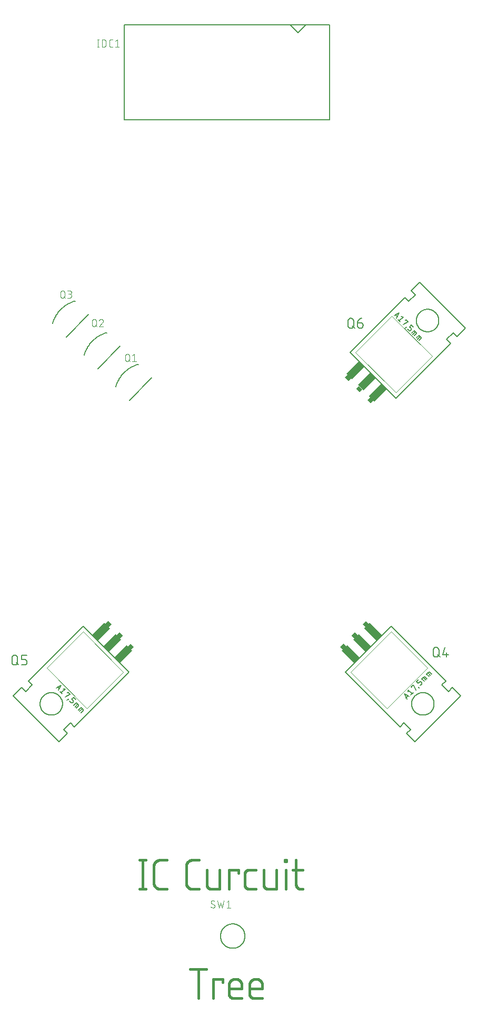
<source format=gbr>
G04 EAGLE Gerber RS-274X export*
G75*
%MOMM*%
%FSLAX34Y34*%
%LPD*%
%INSilkscreen Top*%
%IPPOS*%
%AMOC8*
5,1,8,0,0,1.08239X$1,22.5*%
G01*
%ADD10C,0.406400*%
%ADD11C,0.127000*%
%ADD12C,0.101600*%
%ADD13C,0.050800*%
%ADD14R,0.762000X0.635000*%
%ADD15R,1.270000X2.794000*%
%ADD16C,0.177800*%


D10*
X654925Y241808D02*
X654925Y195072D01*
X649732Y195072D02*
X660118Y195072D01*
X660118Y241808D02*
X649732Y241808D01*
X682820Y195072D02*
X693205Y195072D01*
X682820Y195072D02*
X682569Y195075D01*
X682318Y195084D01*
X682068Y195099D01*
X681818Y195120D01*
X681568Y195148D01*
X681319Y195181D01*
X681071Y195220D01*
X680825Y195265D01*
X680579Y195317D01*
X680334Y195374D01*
X680092Y195437D01*
X679850Y195506D01*
X679611Y195580D01*
X679373Y195661D01*
X679137Y195747D01*
X678903Y195839D01*
X678672Y195936D01*
X678443Y196039D01*
X678217Y196148D01*
X677993Y196262D01*
X677773Y196381D01*
X677555Y196506D01*
X677340Y196635D01*
X677128Y196770D01*
X676920Y196910D01*
X676715Y197056D01*
X676514Y197206D01*
X676316Y197360D01*
X676123Y197520D01*
X675933Y197684D01*
X675747Y197853D01*
X675565Y198026D01*
X675388Y198203D01*
X675215Y198385D01*
X675046Y198571D01*
X674882Y198761D01*
X674722Y198954D01*
X674568Y199152D01*
X674418Y199353D01*
X674272Y199558D01*
X674132Y199766D01*
X673997Y199978D01*
X673868Y200193D01*
X673743Y200411D01*
X673624Y200631D01*
X673510Y200855D01*
X673401Y201081D01*
X673298Y201310D01*
X673201Y201541D01*
X673109Y201775D01*
X673023Y202011D01*
X672942Y202249D01*
X672868Y202488D01*
X672799Y202730D01*
X672736Y202972D01*
X672679Y203217D01*
X672627Y203463D01*
X672582Y203709D01*
X672543Y203957D01*
X672510Y204206D01*
X672482Y204456D01*
X672461Y204706D01*
X672446Y204956D01*
X672437Y205207D01*
X672434Y205458D01*
X672434Y231422D01*
X672437Y231677D01*
X672447Y231932D01*
X672462Y232186D01*
X672484Y232440D01*
X672512Y232693D01*
X672546Y232946D01*
X672587Y233198D01*
X672634Y233448D01*
X672686Y233698D01*
X672745Y233946D01*
X672810Y234192D01*
X672881Y234437D01*
X672958Y234680D01*
X673041Y234921D01*
X673130Y235160D01*
X673225Y235397D01*
X673325Y235631D01*
X673431Y235863D01*
X673543Y236092D01*
X673660Y236318D01*
X673783Y236541D01*
X673912Y236761D01*
X674045Y236978D01*
X674184Y237192D01*
X674329Y237402D01*
X674478Y237609D01*
X674632Y237812D01*
X674792Y238011D01*
X674956Y238206D01*
X675124Y238397D01*
X675298Y238584D01*
X675476Y238766D01*
X675658Y238944D01*
X675845Y239118D01*
X676036Y239286D01*
X676231Y239450D01*
X676430Y239610D01*
X676633Y239764D01*
X676840Y239913D01*
X677050Y240058D01*
X677263Y240197D01*
X677481Y240330D01*
X677701Y240459D01*
X677924Y240582D01*
X678150Y240699D01*
X678379Y240811D01*
X678611Y240917D01*
X678845Y241017D01*
X679082Y241112D01*
X679321Y241201D01*
X679562Y241284D01*
X679805Y241361D01*
X680050Y241432D01*
X680296Y241497D01*
X680544Y241556D01*
X680794Y241608D01*
X681044Y241655D01*
X681296Y241696D01*
X681549Y241730D01*
X681802Y241758D01*
X682056Y241780D01*
X682310Y241795D01*
X682565Y241805D01*
X682820Y241808D01*
X693205Y241808D01*
X734890Y195072D02*
X745275Y195072D01*
X734890Y195072D02*
X734639Y195075D01*
X734388Y195084D01*
X734138Y195099D01*
X733888Y195120D01*
X733638Y195148D01*
X733389Y195181D01*
X733141Y195220D01*
X732895Y195265D01*
X732649Y195317D01*
X732404Y195374D01*
X732162Y195437D01*
X731920Y195506D01*
X731681Y195580D01*
X731443Y195661D01*
X731207Y195747D01*
X730973Y195839D01*
X730742Y195936D01*
X730513Y196039D01*
X730287Y196148D01*
X730063Y196262D01*
X729843Y196381D01*
X729625Y196506D01*
X729410Y196635D01*
X729198Y196770D01*
X728990Y196910D01*
X728785Y197056D01*
X728584Y197206D01*
X728386Y197360D01*
X728193Y197520D01*
X728003Y197684D01*
X727817Y197853D01*
X727635Y198026D01*
X727458Y198203D01*
X727285Y198385D01*
X727116Y198571D01*
X726952Y198761D01*
X726792Y198954D01*
X726638Y199152D01*
X726488Y199353D01*
X726342Y199558D01*
X726202Y199766D01*
X726067Y199978D01*
X725938Y200193D01*
X725813Y200411D01*
X725694Y200631D01*
X725580Y200855D01*
X725471Y201081D01*
X725368Y201310D01*
X725271Y201541D01*
X725179Y201775D01*
X725093Y202011D01*
X725012Y202249D01*
X724938Y202488D01*
X724869Y202730D01*
X724806Y202972D01*
X724749Y203217D01*
X724697Y203463D01*
X724652Y203709D01*
X724613Y203957D01*
X724580Y204206D01*
X724552Y204456D01*
X724531Y204706D01*
X724516Y204956D01*
X724507Y205207D01*
X724504Y205458D01*
X724504Y231422D01*
X724507Y231677D01*
X724517Y231932D01*
X724532Y232186D01*
X724554Y232440D01*
X724582Y232693D01*
X724616Y232946D01*
X724657Y233198D01*
X724704Y233448D01*
X724756Y233698D01*
X724815Y233946D01*
X724880Y234192D01*
X724951Y234437D01*
X725028Y234680D01*
X725111Y234921D01*
X725200Y235160D01*
X725295Y235397D01*
X725395Y235631D01*
X725501Y235863D01*
X725613Y236092D01*
X725730Y236318D01*
X725853Y236541D01*
X725982Y236761D01*
X726115Y236978D01*
X726254Y237192D01*
X726399Y237402D01*
X726548Y237609D01*
X726702Y237812D01*
X726862Y238011D01*
X727026Y238206D01*
X727194Y238397D01*
X727368Y238584D01*
X727546Y238766D01*
X727728Y238944D01*
X727915Y239118D01*
X728106Y239286D01*
X728301Y239450D01*
X728500Y239610D01*
X728703Y239764D01*
X728910Y239913D01*
X729120Y240058D01*
X729333Y240197D01*
X729551Y240330D01*
X729771Y240459D01*
X729994Y240582D01*
X730220Y240699D01*
X730449Y240811D01*
X730681Y240917D01*
X730915Y241017D01*
X731152Y241112D01*
X731391Y241201D01*
X731632Y241284D01*
X731875Y241361D01*
X732120Y241432D01*
X732366Y241497D01*
X732614Y241556D01*
X732864Y241608D01*
X733114Y241655D01*
X733366Y241696D01*
X733619Y241730D01*
X733872Y241758D01*
X734126Y241780D01*
X734380Y241795D01*
X734635Y241805D01*
X734890Y241808D01*
X745275Y241808D01*
X757569Y226229D02*
X757569Y202861D01*
X757571Y202673D01*
X757578Y202485D01*
X757589Y202297D01*
X757605Y202109D01*
X757626Y201922D01*
X757651Y201736D01*
X757680Y201550D01*
X757714Y201365D01*
X757753Y201180D01*
X757795Y200997D01*
X757843Y200815D01*
X757894Y200634D01*
X757950Y200454D01*
X758011Y200276D01*
X758075Y200099D01*
X758144Y199924D01*
X758217Y199750D01*
X758294Y199579D01*
X758376Y199409D01*
X758461Y199241D01*
X758551Y199076D01*
X758644Y198912D01*
X758741Y198751D01*
X758843Y198593D01*
X758948Y198436D01*
X759057Y198283D01*
X759169Y198132D01*
X759285Y197984D01*
X759405Y197838D01*
X759528Y197696D01*
X759654Y197557D01*
X759784Y197420D01*
X759917Y197287D01*
X760054Y197157D01*
X760193Y197031D01*
X760335Y196908D01*
X760481Y196788D01*
X760629Y196672D01*
X760780Y196560D01*
X760933Y196451D01*
X761090Y196346D01*
X761248Y196244D01*
X761409Y196147D01*
X761573Y196054D01*
X761738Y195964D01*
X761906Y195879D01*
X762076Y195797D01*
X762247Y195720D01*
X762421Y195647D01*
X762596Y195578D01*
X762773Y195514D01*
X762951Y195453D01*
X763131Y195397D01*
X763312Y195346D01*
X763494Y195298D01*
X763677Y195256D01*
X763862Y195217D01*
X764047Y195183D01*
X764233Y195154D01*
X764419Y195129D01*
X764606Y195108D01*
X764794Y195092D01*
X764982Y195081D01*
X765170Y195074D01*
X765358Y195072D01*
X778341Y195072D01*
X778341Y226229D01*
X793084Y226229D02*
X793084Y195072D01*
X793084Y226229D02*
X808663Y226229D01*
X808663Y221036D01*
X826307Y195072D02*
X836693Y195072D01*
X826307Y195072D02*
X826119Y195074D01*
X825931Y195081D01*
X825743Y195092D01*
X825555Y195108D01*
X825368Y195129D01*
X825182Y195154D01*
X824996Y195183D01*
X824811Y195217D01*
X824626Y195256D01*
X824443Y195298D01*
X824261Y195346D01*
X824080Y195397D01*
X823900Y195453D01*
X823722Y195514D01*
X823545Y195578D01*
X823370Y195647D01*
X823196Y195720D01*
X823025Y195797D01*
X822855Y195879D01*
X822687Y195964D01*
X822522Y196054D01*
X822358Y196147D01*
X822197Y196244D01*
X822039Y196346D01*
X821882Y196451D01*
X821729Y196560D01*
X821578Y196672D01*
X821430Y196788D01*
X821284Y196908D01*
X821142Y197031D01*
X821003Y197157D01*
X820866Y197287D01*
X820733Y197420D01*
X820603Y197557D01*
X820477Y197696D01*
X820354Y197838D01*
X820234Y197984D01*
X820118Y198132D01*
X820006Y198283D01*
X819897Y198436D01*
X819792Y198593D01*
X819690Y198751D01*
X819593Y198912D01*
X819500Y199076D01*
X819410Y199241D01*
X819325Y199409D01*
X819243Y199579D01*
X819166Y199750D01*
X819093Y199924D01*
X819024Y200099D01*
X818960Y200276D01*
X818899Y200454D01*
X818843Y200634D01*
X818792Y200815D01*
X818744Y200997D01*
X818702Y201180D01*
X818663Y201365D01*
X818629Y201550D01*
X818600Y201736D01*
X818575Y201922D01*
X818554Y202109D01*
X818538Y202297D01*
X818527Y202485D01*
X818520Y202673D01*
X818518Y202861D01*
X818518Y218440D01*
X818520Y218628D01*
X818527Y218816D01*
X818538Y219004D01*
X818554Y219192D01*
X818575Y219379D01*
X818600Y219565D01*
X818629Y219751D01*
X818663Y219936D01*
X818702Y220121D01*
X818744Y220304D01*
X818792Y220486D01*
X818843Y220667D01*
X818899Y220847D01*
X818960Y221025D01*
X819024Y221202D01*
X819093Y221377D01*
X819166Y221551D01*
X819243Y221722D01*
X819325Y221892D01*
X819410Y222060D01*
X819500Y222225D01*
X819593Y222389D01*
X819690Y222550D01*
X819792Y222708D01*
X819897Y222865D01*
X820006Y223018D01*
X820118Y223169D01*
X820234Y223317D01*
X820354Y223463D01*
X820477Y223605D01*
X820603Y223744D01*
X820733Y223881D01*
X820866Y224014D01*
X821003Y224144D01*
X821142Y224270D01*
X821284Y224393D01*
X821430Y224513D01*
X821578Y224629D01*
X821729Y224741D01*
X821882Y224850D01*
X822039Y224955D01*
X822197Y225057D01*
X822358Y225154D01*
X822522Y225247D01*
X822687Y225337D01*
X822855Y225422D01*
X823025Y225504D01*
X823196Y225581D01*
X823370Y225654D01*
X823545Y225723D01*
X823722Y225787D01*
X823900Y225848D01*
X824080Y225904D01*
X824261Y225955D01*
X824443Y226003D01*
X824626Y226045D01*
X824811Y226084D01*
X824996Y226118D01*
X825182Y226147D01*
X825368Y226172D01*
X825555Y226193D01*
X825743Y226209D01*
X825931Y226220D01*
X826119Y226227D01*
X826307Y226229D01*
X836693Y226229D01*
X849009Y226229D02*
X849009Y202861D01*
X849011Y202673D01*
X849018Y202485D01*
X849029Y202297D01*
X849045Y202109D01*
X849066Y201922D01*
X849091Y201736D01*
X849120Y201550D01*
X849154Y201365D01*
X849193Y201180D01*
X849235Y200997D01*
X849283Y200815D01*
X849334Y200634D01*
X849390Y200454D01*
X849451Y200276D01*
X849515Y200099D01*
X849584Y199924D01*
X849657Y199750D01*
X849734Y199579D01*
X849816Y199409D01*
X849901Y199241D01*
X849991Y199076D01*
X850084Y198912D01*
X850181Y198751D01*
X850283Y198593D01*
X850388Y198436D01*
X850497Y198283D01*
X850609Y198132D01*
X850725Y197984D01*
X850845Y197838D01*
X850968Y197696D01*
X851094Y197557D01*
X851224Y197420D01*
X851357Y197287D01*
X851494Y197157D01*
X851633Y197031D01*
X851775Y196908D01*
X851921Y196788D01*
X852069Y196672D01*
X852220Y196560D01*
X852373Y196451D01*
X852530Y196346D01*
X852688Y196244D01*
X852849Y196147D01*
X853013Y196054D01*
X853178Y195964D01*
X853346Y195879D01*
X853516Y195797D01*
X853687Y195720D01*
X853861Y195647D01*
X854036Y195578D01*
X854213Y195514D01*
X854391Y195453D01*
X854571Y195397D01*
X854752Y195346D01*
X854934Y195298D01*
X855117Y195256D01*
X855302Y195217D01*
X855487Y195183D01*
X855673Y195154D01*
X855859Y195129D01*
X856046Y195108D01*
X856234Y195092D01*
X856422Y195081D01*
X856610Y195074D01*
X856798Y195072D01*
X869781Y195072D01*
X869781Y226229D01*
X884795Y226229D02*
X884795Y195072D01*
X883497Y239212D02*
X883497Y241808D01*
X886093Y241808D01*
X886093Y239212D01*
X883497Y239212D01*
X896112Y226229D02*
X911690Y226229D01*
X901305Y241808D02*
X901305Y202861D01*
X901307Y202673D01*
X901314Y202485D01*
X901325Y202297D01*
X901341Y202109D01*
X901362Y201922D01*
X901387Y201736D01*
X901416Y201550D01*
X901450Y201365D01*
X901489Y201180D01*
X901531Y200997D01*
X901579Y200815D01*
X901630Y200634D01*
X901686Y200454D01*
X901747Y200276D01*
X901811Y200099D01*
X901880Y199924D01*
X901953Y199750D01*
X902030Y199579D01*
X902112Y199409D01*
X902197Y199241D01*
X902287Y199076D01*
X902380Y198912D01*
X902478Y198751D01*
X902579Y198593D01*
X902684Y198436D01*
X902793Y198283D01*
X902905Y198132D01*
X903021Y197984D01*
X903141Y197838D01*
X903264Y197696D01*
X903390Y197557D01*
X903520Y197420D01*
X903653Y197287D01*
X903790Y197157D01*
X903929Y197031D01*
X904071Y196908D01*
X904217Y196788D01*
X904365Y196672D01*
X904516Y196560D01*
X904669Y196451D01*
X904826Y196346D01*
X904984Y196244D01*
X905145Y196147D01*
X905309Y196054D01*
X905474Y195964D01*
X905642Y195879D01*
X905812Y195797D01*
X905983Y195720D01*
X906157Y195647D01*
X906332Y195578D01*
X906509Y195514D01*
X906687Y195453D01*
X906867Y195397D01*
X907048Y195346D01*
X907230Y195298D01*
X907413Y195255D01*
X907598Y195217D01*
X907783Y195183D01*
X907969Y195154D01*
X908155Y195129D01*
X908342Y195108D01*
X908530Y195092D01*
X908718Y195081D01*
X908906Y195074D01*
X909094Y195072D01*
X911690Y195072D01*
X743994Y66548D02*
X743994Y19812D01*
X731012Y66548D02*
X756976Y66548D01*
X767853Y50969D02*
X767853Y19812D01*
X767853Y50969D02*
X783432Y50969D01*
X783432Y45776D01*
X801088Y19812D02*
X814070Y19812D01*
X801088Y19812D02*
X800900Y19814D01*
X800712Y19821D01*
X800524Y19832D01*
X800336Y19848D01*
X800149Y19869D01*
X799963Y19894D01*
X799777Y19923D01*
X799592Y19957D01*
X799407Y19996D01*
X799224Y20038D01*
X799042Y20086D01*
X798861Y20137D01*
X798681Y20193D01*
X798503Y20254D01*
X798326Y20318D01*
X798151Y20387D01*
X797977Y20460D01*
X797806Y20537D01*
X797636Y20619D01*
X797468Y20704D01*
X797303Y20794D01*
X797139Y20887D01*
X796978Y20984D01*
X796820Y21086D01*
X796663Y21191D01*
X796510Y21300D01*
X796359Y21412D01*
X796211Y21528D01*
X796065Y21648D01*
X795923Y21771D01*
X795784Y21897D01*
X795647Y22027D01*
X795514Y22160D01*
X795384Y22297D01*
X795258Y22436D01*
X795135Y22578D01*
X795015Y22724D01*
X794899Y22872D01*
X794787Y23023D01*
X794678Y23176D01*
X794573Y23333D01*
X794471Y23491D01*
X794374Y23652D01*
X794281Y23816D01*
X794191Y23981D01*
X794106Y24149D01*
X794024Y24319D01*
X793947Y24490D01*
X793874Y24664D01*
X793805Y24839D01*
X793741Y25016D01*
X793680Y25194D01*
X793624Y25374D01*
X793573Y25555D01*
X793525Y25737D01*
X793483Y25920D01*
X793444Y26105D01*
X793410Y26290D01*
X793381Y26476D01*
X793356Y26662D01*
X793335Y26849D01*
X793319Y27037D01*
X793308Y27225D01*
X793301Y27413D01*
X793299Y27601D01*
X793298Y27601D02*
X793298Y40584D01*
X793301Y40837D01*
X793310Y41090D01*
X793326Y41342D01*
X793347Y41594D01*
X793375Y41846D01*
X793409Y42096D01*
X793449Y42346D01*
X793494Y42595D01*
X793546Y42842D01*
X793604Y43088D01*
X793668Y43333D01*
X793738Y43576D01*
X793814Y43817D01*
X793896Y44057D01*
X793983Y44294D01*
X794077Y44529D01*
X794175Y44762D01*
X794280Y44992D01*
X794390Y45220D01*
X794506Y45445D01*
X794627Y45667D01*
X794753Y45886D01*
X794885Y46102D01*
X795022Y46315D01*
X795164Y46524D01*
X795311Y46730D01*
X795464Y46932D01*
X795621Y47130D01*
X795782Y47324D01*
X795949Y47515D01*
X796120Y47701D01*
X796295Y47883D01*
X796475Y48061D01*
X796660Y48234D01*
X796848Y48403D01*
X797040Y48567D01*
X797237Y48727D01*
X797437Y48881D01*
X797641Y49031D01*
X797848Y49175D01*
X798059Y49315D01*
X798274Y49449D01*
X798491Y49579D01*
X798712Y49702D01*
X798935Y49821D01*
X799161Y49934D01*
X799390Y50041D01*
X799622Y50143D01*
X799856Y50239D01*
X800092Y50329D01*
X800331Y50414D01*
X800571Y50492D01*
X800813Y50565D01*
X801057Y50632D01*
X801302Y50693D01*
X801549Y50748D01*
X801798Y50797D01*
X802047Y50840D01*
X802297Y50877D01*
X802548Y50908D01*
X802800Y50932D01*
X803052Y50951D01*
X803305Y50963D01*
X803558Y50969D01*
X803810Y50969D01*
X804063Y50963D01*
X804316Y50951D01*
X804568Y50932D01*
X804820Y50908D01*
X805071Y50877D01*
X805321Y50840D01*
X805570Y50797D01*
X805819Y50748D01*
X806066Y50693D01*
X806311Y50632D01*
X806555Y50565D01*
X806797Y50492D01*
X807037Y50414D01*
X807276Y50329D01*
X807512Y50239D01*
X807746Y50143D01*
X807978Y50041D01*
X808207Y49934D01*
X808433Y49821D01*
X808656Y49702D01*
X808877Y49579D01*
X809094Y49449D01*
X809309Y49315D01*
X809520Y49175D01*
X809727Y49031D01*
X809931Y48881D01*
X810131Y48727D01*
X810328Y48567D01*
X810520Y48403D01*
X810708Y48234D01*
X810893Y48061D01*
X811073Y47883D01*
X811248Y47701D01*
X811419Y47515D01*
X811586Y47324D01*
X811747Y47130D01*
X811904Y46932D01*
X812057Y46730D01*
X812204Y46524D01*
X812346Y46315D01*
X812483Y46102D01*
X812615Y45886D01*
X812741Y45667D01*
X812862Y45445D01*
X812978Y45220D01*
X813088Y44992D01*
X813193Y44762D01*
X813291Y44529D01*
X813385Y44294D01*
X813472Y44057D01*
X813554Y43817D01*
X813630Y43576D01*
X813700Y43333D01*
X813764Y43088D01*
X813822Y42842D01*
X813874Y42595D01*
X813919Y42346D01*
X813959Y42096D01*
X813993Y41846D01*
X814021Y41594D01*
X814042Y41342D01*
X814058Y41090D01*
X814067Y40837D01*
X814070Y40584D01*
X814070Y35391D01*
X793298Y35391D01*
X834108Y19812D02*
X847090Y19812D01*
X834108Y19812D02*
X833920Y19814D01*
X833732Y19821D01*
X833544Y19832D01*
X833356Y19848D01*
X833169Y19869D01*
X832983Y19894D01*
X832797Y19923D01*
X832612Y19957D01*
X832427Y19996D01*
X832244Y20038D01*
X832062Y20086D01*
X831881Y20137D01*
X831701Y20193D01*
X831523Y20254D01*
X831346Y20318D01*
X831171Y20387D01*
X830997Y20460D01*
X830826Y20537D01*
X830656Y20619D01*
X830488Y20704D01*
X830323Y20794D01*
X830159Y20887D01*
X829998Y20984D01*
X829840Y21086D01*
X829683Y21191D01*
X829530Y21300D01*
X829379Y21412D01*
X829231Y21528D01*
X829085Y21648D01*
X828943Y21771D01*
X828804Y21897D01*
X828667Y22027D01*
X828534Y22160D01*
X828404Y22297D01*
X828278Y22436D01*
X828155Y22578D01*
X828035Y22724D01*
X827919Y22872D01*
X827807Y23023D01*
X827698Y23176D01*
X827593Y23333D01*
X827491Y23491D01*
X827394Y23652D01*
X827301Y23816D01*
X827211Y23981D01*
X827126Y24149D01*
X827044Y24319D01*
X826967Y24490D01*
X826894Y24664D01*
X826825Y24839D01*
X826761Y25016D01*
X826700Y25194D01*
X826644Y25374D01*
X826593Y25555D01*
X826545Y25737D01*
X826503Y25920D01*
X826464Y26105D01*
X826430Y26290D01*
X826401Y26476D01*
X826376Y26662D01*
X826355Y26849D01*
X826339Y27037D01*
X826328Y27225D01*
X826321Y27413D01*
X826319Y27601D01*
X826318Y27601D02*
X826318Y40584D01*
X826321Y40837D01*
X826330Y41090D01*
X826346Y41342D01*
X826367Y41594D01*
X826395Y41846D01*
X826429Y42096D01*
X826469Y42346D01*
X826514Y42595D01*
X826566Y42842D01*
X826624Y43088D01*
X826688Y43333D01*
X826758Y43576D01*
X826834Y43817D01*
X826916Y44057D01*
X827003Y44294D01*
X827097Y44529D01*
X827195Y44762D01*
X827300Y44992D01*
X827410Y45220D01*
X827526Y45445D01*
X827647Y45667D01*
X827773Y45886D01*
X827905Y46102D01*
X828042Y46315D01*
X828184Y46524D01*
X828331Y46730D01*
X828484Y46932D01*
X828641Y47130D01*
X828802Y47324D01*
X828969Y47515D01*
X829140Y47701D01*
X829315Y47883D01*
X829495Y48061D01*
X829680Y48234D01*
X829868Y48403D01*
X830060Y48567D01*
X830257Y48727D01*
X830457Y48881D01*
X830661Y49031D01*
X830868Y49175D01*
X831079Y49315D01*
X831294Y49449D01*
X831511Y49579D01*
X831732Y49702D01*
X831955Y49821D01*
X832181Y49934D01*
X832410Y50041D01*
X832642Y50143D01*
X832876Y50239D01*
X833112Y50329D01*
X833351Y50414D01*
X833591Y50492D01*
X833833Y50565D01*
X834077Y50632D01*
X834322Y50693D01*
X834569Y50748D01*
X834818Y50797D01*
X835067Y50840D01*
X835317Y50877D01*
X835568Y50908D01*
X835820Y50932D01*
X836072Y50951D01*
X836325Y50963D01*
X836578Y50969D01*
X836830Y50969D01*
X837083Y50963D01*
X837336Y50951D01*
X837588Y50932D01*
X837840Y50908D01*
X838091Y50877D01*
X838341Y50840D01*
X838590Y50797D01*
X838839Y50748D01*
X839086Y50693D01*
X839331Y50632D01*
X839575Y50565D01*
X839817Y50492D01*
X840057Y50414D01*
X840296Y50329D01*
X840532Y50239D01*
X840766Y50143D01*
X840998Y50041D01*
X841227Y49934D01*
X841453Y49821D01*
X841676Y49702D01*
X841897Y49579D01*
X842114Y49449D01*
X842329Y49315D01*
X842540Y49175D01*
X842747Y49031D01*
X842951Y48881D01*
X843151Y48727D01*
X843348Y48567D01*
X843540Y48403D01*
X843728Y48234D01*
X843913Y48061D01*
X844093Y47883D01*
X844268Y47701D01*
X844439Y47515D01*
X844606Y47324D01*
X844767Y47130D01*
X844924Y46932D01*
X845077Y46730D01*
X845224Y46524D01*
X845366Y46315D01*
X845503Y46102D01*
X845635Y45886D01*
X845761Y45667D01*
X845882Y45445D01*
X845998Y45220D01*
X846108Y44992D01*
X846213Y44762D01*
X846311Y44529D01*
X846405Y44294D01*
X846492Y44057D01*
X846574Y43817D01*
X846650Y43576D01*
X846720Y43333D01*
X846784Y43088D01*
X846842Y42842D01*
X846894Y42595D01*
X846939Y42346D01*
X846979Y42096D01*
X847013Y41846D01*
X847041Y41594D01*
X847062Y41342D01*
X847078Y41090D01*
X847087Y40837D01*
X847090Y40584D01*
X847090Y35391D01*
X826318Y35391D01*
D11*
X633076Y979824D02*
X668997Y1015745D01*
X647445Y1037297D02*
X646256Y1036957D01*
X645076Y1036589D01*
X643905Y1036193D01*
X642744Y1035768D01*
X641594Y1035315D01*
X640455Y1034835D01*
X639328Y1034327D01*
X638214Y1033793D01*
X637112Y1033231D01*
X636025Y1032643D01*
X634952Y1032029D01*
X633894Y1031389D01*
X632852Y1030724D01*
X631827Y1030034D01*
X630818Y1029320D01*
X629827Y1028581D01*
X628854Y1027819D01*
X627900Y1027033D01*
X626965Y1026224D01*
X626049Y1025393D01*
X625154Y1024541D01*
X624280Y1023667D01*
X623428Y1022772D01*
X622597Y1021856D01*
X621788Y1020921D01*
X621002Y1019967D01*
X620240Y1018994D01*
X619501Y1018003D01*
X618787Y1016994D01*
X618097Y1015969D01*
X617432Y1014927D01*
X616792Y1013869D01*
X616178Y1012796D01*
X615590Y1011709D01*
X615028Y1010607D01*
X614494Y1009493D01*
X613986Y1008366D01*
X613506Y1007227D01*
X613053Y1006077D01*
X612628Y1004916D01*
X612232Y1003745D01*
X611864Y1002565D01*
X611524Y1001376D01*
D12*
X626637Y1045496D02*
X626637Y1050689D01*
X626636Y1050689D02*
X626638Y1050802D01*
X626644Y1050915D01*
X626654Y1051028D01*
X626668Y1051141D01*
X626685Y1051253D01*
X626707Y1051364D01*
X626732Y1051474D01*
X626762Y1051584D01*
X626795Y1051692D01*
X626832Y1051799D01*
X626872Y1051905D01*
X626917Y1052009D01*
X626965Y1052112D01*
X627016Y1052213D01*
X627071Y1052312D01*
X627129Y1052409D01*
X627191Y1052504D01*
X627256Y1052597D01*
X627324Y1052687D01*
X627395Y1052775D01*
X627470Y1052861D01*
X627547Y1052944D01*
X627627Y1053024D01*
X627710Y1053101D01*
X627796Y1053176D01*
X627884Y1053247D01*
X627974Y1053315D01*
X628067Y1053380D01*
X628162Y1053442D01*
X628259Y1053500D01*
X628358Y1053555D01*
X628459Y1053606D01*
X628562Y1053654D01*
X628666Y1053699D01*
X628772Y1053739D01*
X628879Y1053776D01*
X628987Y1053809D01*
X629097Y1053839D01*
X629207Y1053864D01*
X629318Y1053886D01*
X629430Y1053903D01*
X629543Y1053917D01*
X629656Y1053927D01*
X629769Y1053933D01*
X629882Y1053935D01*
X629995Y1053933D01*
X630108Y1053927D01*
X630221Y1053917D01*
X630334Y1053903D01*
X630446Y1053886D01*
X630557Y1053864D01*
X630667Y1053839D01*
X630777Y1053809D01*
X630885Y1053776D01*
X630992Y1053739D01*
X631098Y1053699D01*
X631202Y1053654D01*
X631305Y1053606D01*
X631406Y1053555D01*
X631505Y1053500D01*
X631602Y1053442D01*
X631697Y1053380D01*
X631790Y1053315D01*
X631880Y1053247D01*
X631968Y1053176D01*
X632054Y1053101D01*
X632137Y1053024D01*
X632217Y1052944D01*
X632294Y1052861D01*
X632369Y1052775D01*
X632440Y1052687D01*
X632508Y1052597D01*
X632573Y1052504D01*
X632635Y1052409D01*
X632693Y1052312D01*
X632748Y1052213D01*
X632799Y1052112D01*
X632847Y1052009D01*
X632892Y1051905D01*
X632932Y1051799D01*
X632969Y1051692D01*
X633002Y1051584D01*
X633032Y1051474D01*
X633057Y1051364D01*
X633079Y1051253D01*
X633096Y1051141D01*
X633110Y1051028D01*
X633120Y1050915D01*
X633126Y1050802D01*
X633128Y1050689D01*
X633128Y1045496D01*
X633126Y1045383D01*
X633120Y1045270D01*
X633110Y1045157D01*
X633096Y1045044D01*
X633079Y1044932D01*
X633057Y1044821D01*
X633032Y1044711D01*
X633002Y1044601D01*
X632969Y1044493D01*
X632932Y1044386D01*
X632892Y1044280D01*
X632847Y1044176D01*
X632799Y1044073D01*
X632748Y1043972D01*
X632693Y1043873D01*
X632635Y1043776D01*
X632573Y1043681D01*
X632508Y1043588D01*
X632440Y1043498D01*
X632369Y1043410D01*
X632294Y1043324D01*
X632217Y1043241D01*
X632137Y1043161D01*
X632054Y1043084D01*
X631968Y1043009D01*
X631880Y1042938D01*
X631790Y1042870D01*
X631697Y1042805D01*
X631602Y1042743D01*
X631505Y1042685D01*
X631406Y1042630D01*
X631305Y1042579D01*
X631202Y1042531D01*
X631098Y1042486D01*
X630992Y1042446D01*
X630885Y1042409D01*
X630777Y1042376D01*
X630667Y1042346D01*
X630557Y1042321D01*
X630446Y1042299D01*
X630334Y1042282D01*
X630221Y1042268D01*
X630108Y1042258D01*
X629995Y1042252D01*
X629882Y1042250D01*
X629769Y1042252D01*
X629656Y1042258D01*
X629543Y1042268D01*
X629430Y1042282D01*
X629318Y1042299D01*
X629207Y1042321D01*
X629097Y1042346D01*
X628987Y1042376D01*
X628879Y1042409D01*
X628772Y1042446D01*
X628666Y1042486D01*
X628562Y1042531D01*
X628459Y1042579D01*
X628358Y1042630D01*
X628259Y1042685D01*
X628162Y1042743D01*
X628067Y1042805D01*
X627974Y1042870D01*
X627884Y1042938D01*
X627796Y1043009D01*
X627710Y1043084D01*
X627627Y1043161D01*
X627547Y1043241D01*
X627470Y1043324D01*
X627395Y1043410D01*
X627324Y1043498D01*
X627256Y1043588D01*
X627191Y1043681D01*
X627129Y1043776D01*
X627071Y1043873D01*
X627016Y1043972D01*
X626965Y1044073D01*
X626917Y1044176D01*
X626872Y1044280D01*
X626832Y1044386D01*
X626795Y1044493D01*
X626762Y1044601D01*
X626732Y1044711D01*
X626707Y1044821D01*
X626685Y1044932D01*
X626668Y1045044D01*
X626654Y1045157D01*
X626644Y1045270D01*
X626638Y1045383D01*
X626636Y1045496D01*
X631830Y1044847D02*
X634426Y1042250D01*
X637781Y1051338D02*
X641026Y1053934D01*
X641026Y1042250D01*
X637781Y1042250D02*
X644272Y1042250D01*
D11*
X618197Y1066545D02*
X582276Y1030624D01*
X560724Y1052176D02*
X561064Y1053365D01*
X561432Y1054545D01*
X561828Y1055716D01*
X562253Y1056877D01*
X562706Y1058027D01*
X563186Y1059166D01*
X563694Y1060293D01*
X564228Y1061407D01*
X564790Y1062509D01*
X565378Y1063596D01*
X565992Y1064669D01*
X566632Y1065727D01*
X567297Y1066769D01*
X567987Y1067794D01*
X568701Y1068803D01*
X569440Y1069794D01*
X570202Y1070767D01*
X570988Y1071721D01*
X571797Y1072656D01*
X572628Y1073572D01*
X573480Y1074467D01*
X574354Y1075341D01*
X575249Y1076193D01*
X576165Y1077024D01*
X577100Y1077833D01*
X578054Y1078619D01*
X579027Y1079381D01*
X580018Y1080120D01*
X581027Y1080834D01*
X582052Y1081524D01*
X583094Y1082189D01*
X584152Y1082829D01*
X585225Y1083443D01*
X586312Y1084031D01*
X587414Y1084593D01*
X588528Y1085127D01*
X589655Y1085635D01*
X590794Y1086115D01*
X591944Y1086568D01*
X593105Y1086993D01*
X594276Y1087389D01*
X595456Y1087757D01*
X596645Y1088097D01*
D12*
X573297Y1101376D02*
X573297Y1106569D01*
X573296Y1106569D02*
X573298Y1106682D01*
X573304Y1106795D01*
X573314Y1106908D01*
X573328Y1107021D01*
X573345Y1107133D01*
X573367Y1107244D01*
X573392Y1107354D01*
X573422Y1107464D01*
X573455Y1107572D01*
X573492Y1107679D01*
X573532Y1107785D01*
X573577Y1107889D01*
X573625Y1107992D01*
X573676Y1108093D01*
X573731Y1108192D01*
X573789Y1108289D01*
X573851Y1108384D01*
X573916Y1108477D01*
X573984Y1108567D01*
X574055Y1108655D01*
X574130Y1108741D01*
X574207Y1108824D01*
X574287Y1108904D01*
X574370Y1108981D01*
X574456Y1109056D01*
X574544Y1109127D01*
X574634Y1109195D01*
X574727Y1109260D01*
X574822Y1109322D01*
X574919Y1109380D01*
X575018Y1109435D01*
X575119Y1109486D01*
X575222Y1109534D01*
X575326Y1109579D01*
X575432Y1109619D01*
X575539Y1109656D01*
X575647Y1109689D01*
X575757Y1109719D01*
X575867Y1109744D01*
X575978Y1109766D01*
X576090Y1109783D01*
X576203Y1109797D01*
X576316Y1109807D01*
X576429Y1109813D01*
X576542Y1109815D01*
X576655Y1109813D01*
X576768Y1109807D01*
X576881Y1109797D01*
X576994Y1109783D01*
X577106Y1109766D01*
X577217Y1109744D01*
X577327Y1109719D01*
X577437Y1109689D01*
X577545Y1109656D01*
X577652Y1109619D01*
X577758Y1109579D01*
X577862Y1109534D01*
X577965Y1109486D01*
X578066Y1109435D01*
X578165Y1109380D01*
X578262Y1109322D01*
X578357Y1109260D01*
X578450Y1109195D01*
X578540Y1109127D01*
X578628Y1109056D01*
X578714Y1108981D01*
X578797Y1108904D01*
X578877Y1108824D01*
X578954Y1108741D01*
X579029Y1108655D01*
X579100Y1108567D01*
X579168Y1108477D01*
X579233Y1108384D01*
X579295Y1108289D01*
X579353Y1108192D01*
X579408Y1108093D01*
X579459Y1107992D01*
X579507Y1107889D01*
X579552Y1107785D01*
X579592Y1107679D01*
X579629Y1107572D01*
X579662Y1107464D01*
X579692Y1107354D01*
X579717Y1107244D01*
X579739Y1107133D01*
X579756Y1107021D01*
X579770Y1106908D01*
X579780Y1106795D01*
X579786Y1106682D01*
X579788Y1106569D01*
X579788Y1101376D01*
X579786Y1101263D01*
X579780Y1101150D01*
X579770Y1101037D01*
X579756Y1100924D01*
X579739Y1100812D01*
X579717Y1100701D01*
X579692Y1100591D01*
X579662Y1100481D01*
X579629Y1100373D01*
X579592Y1100266D01*
X579552Y1100160D01*
X579507Y1100056D01*
X579459Y1099953D01*
X579408Y1099852D01*
X579353Y1099753D01*
X579295Y1099656D01*
X579233Y1099561D01*
X579168Y1099468D01*
X579100Y1099378D01*
X579029Y1099290D01*
X578954Y1099204D01*
X578877Y1099121D01*
X578797Y1099041D01*
X578714Y1098964D01*
X578628Y1098889D01*
X578540Y1098818D01*
X578450Y1098750D01*
X578357Y1098685D01*
X578262Y1098623D01*
X578165Y1098565D01*
X578066Y1098510D01*
X577965Y1098459D01*
X577862Y1098411D01*
X577758Y1098366D01*
X577652Y1098326D01*
X577545Y1098289D01*
X577437Y1098256D01*
X577327Y1098226D01*
X577217Y1098201D01*
X577106Y1098179D01*
X576994Y1098162D01*
X576881Y1098148D01*
X576768Y1098138D01*
X576655Y1098132D01*
X576542Y1098130D01*
X576429Y1098132D01*
X576316Y1098138D01*
X576203Y1098148D01*
X576090Y1098162D01*
X575978Y1098179D01*
X575867Y1098201D01*
X575757Y1098226D01*
X575647Y1098256D01*
X575539Y1098289D01*
X575432Y1098326D01*
X575326Y1098366D01*
X575222Y1098411D01*
X575119Y1098459D01*
X575018Y1098510D01*
X574919Y1098565D01*
X574822Y1098623D01*
X574727Y1098685D01*
X574634Y1098750D01*
X574544Y1098818D01*
X574456Y1098889D01*
X574370Y1098964D01*
X574287Y1099041D01*
X574207Y1099121D01*
X574130Y1099204D01*
X574055Y1099290D01*
X573984Y1099378D01*
X573916Y1099468D01*
X573851Y1099561D01*
X573789Y1099656D01*
X573731Y1099753D01*
X573676Y1099852D01*
X573625Y1099953D01*
X573577Y1100056D01*
X573532Y1100160D01*
X573492Y1100266D01*
X573455Y1100373D01*
X573422Y1100481D01*
X573392Y1100591D01*
X573367Y1100701D01*
X573345Y1100812D01*
X573328Y1100924D01*
X573314Y1101037D01*
X573304Y1101150D01*
X573298Y1101263D01*
X573296Y1101376D01*
X578490Y1100727D02*
X581086Y1098130D01*
X590932Y1106893D02*
X590930Y1107000D01*
X590924Y1107106D01*
X590914Y1107212D01*
X590901Y1107318D01*
X590883Y1107424D01*
X590862Y1107528D01*
X590837Y1107632D01*
X590808Y1107735D01*
X590776Y1107836D01*
X590739Y1107936D01*
X590699Y1108035D01*
X590656Y1108133D01*
X590609Y1108229D01*
X590558Y1108323D01*
X590504Y1108415D01*
X590447Y1108505D01*
X590387Y1108593D01*
X590323Y1108678D01*
X590256Y1108761D01*
X590186Y1108842D01*
X590114Y1108920D01*
X590038Y1108996D01*
X589960Y1109068D01*
X589879Y1109138D01*
X589796Y1109205D01*
X589711Y1109269D01*
X589623Y1109329D01*
X589533Y1109386D01*
X589441Y1109440D01*
X589347Y1109491D01*
X589251Y1109538D01*
X589153Y1109581D01*
X589054Y1109621D01*
X588954Y1109658D01*
X588853Y1109690D01*
X588750Y1109719D01*
X588646Y1109744D01*
X588542Y1109765D01*
X588436Y1109783D01*
X588330Y1109796D01*
X588224Y1109806D01*
X588118Y1109812D01*
X588011Y1109814D01*
X588011Y1109815D02*
X587890Y1109813D01*
X587769Y1109807D01*
X587649Y1109797D01*
X587528Y1109784D01*
X587409Y1109766D01*
X587289Y1109745D01*
X587171Y1109720D01*
X587054Y1109691D01*
X586937Y1109658D01*
X586822Y1109622D01*
X586708Y1109581D01*
X586595Y1109538D01*
X586483Y1109490D01*
X586374Y1109439D01*
X586266Y1109384D01*
X586159Y1109326D01*
X586055Y1109265D01*
X585953Y1109200D01*
X585853Y1109132D01*
X585755Y1109061D01*
X585659Y1108987D01*
X585566Y1108910D01*
X585476Y1108829D01*
X585388Y1108746D01*
X585303Y1108660D01*
X585220Y1108571D01*
X585141Y1108480D01*
X585064Y1108386D01*
X584991Y1108290D01*
X584921Y1108192D01*
X584854Y1108091D01*
X584790Y1107988D01*
X584730Y1107883D01*
X584673Y1107776D01*
X584619Y1107668D01*
X584569Y1107558D01*
X584523Y1107446D01*
X584480Y1107333D01*
X584441Y1107218D01*
X589958Y1104621D02*
X590037Y1104698D01*
X590113Y1104779D01*
X590186Y1104862D01*
X590256Y1104947D01*
X590323Y1105035D01*
X590387Y1105125D01*
X590447Y1105217D01*
X590504Y1105312D01*
X590558Y1105408D01*
X590609Y1105506D01*
X590656Y1105606D01*
X590700Y1105708D01*
X590740Y1105811D01*
X590776Y1105915D01*
X590808Y1106021D01*
X590837Y1106127D01*
X590862Y1106235D01*
X590884Y1106343D01*
X590901Y1106453D01*
X590915Y1106562D01*
X590924Y1106672D01*
X590930Y1106783D01*
X590932Y1106893D01*
X589958Y1104621D02*
X584441Y1098130D01*
X590932Y1098130D01*
D11*
X567397Y1117345D02*
X531476Y1081424D01*
X509924Y1102976D02*
X510264Y1104165D01*
X510632Y1105345D01*
X511028Y1106516D01*
X511453Y1107677D01*
X511906Y1108827D01*
X512386Y1109966D01*
X512894Y1111093D01*
X513428Y1112207D01*
X513990Y1113309D01*
X514578Y1114396D01*
X515192Y1115469D01*
X515832Y1116527D01*
X516497Y1117569D01*
X517187Y1118594D01*
X517901Y1119603D01*
X518640Y1120594D01*
X519402Y1121567D01*
X520188Y1122521D01*
X520997Y1123456D01*
X521828Y1124372D01*
X522680Y1125267D01*
X523554Y1126141D01*
X524449Y1126993D01*
X525365Y1127824D01*
X526300Y1128633D01*
X527254Y1129419D01*
X528227Y1130181D01*
X529218Y1130920D01*
X530227Y1131634D01*
X531252Y1132324D01*
X532294Y1132989D01*
X533352Y1133629D01*
X534425Y1134243D01*
X535512Y1134831D01*
X536614Y1135393D01*
X537728Y1135927D01*
X538855Y1136435D01*
X539994Y1136915D01*
X541144Y1137368D01*
X542305Y1137793D01*
X543476Y1138189D01*
X544656Y1138557D01*
X545845Y1138897D01*
D12*
X522497Y1147096D02*
X522497Y1152289D01*
X522496Y1152289D02*
X522498Y1152402D01*
X522504Y1152515D01*
X522514Y1152628D01*
X522528Y1152741D01*
X522545Y1152853D01*
X522567Y1152964D01*
X522592Y1153074D01*
X522622Y1153184D01*
X522655Y1153292D01*
X522692Y1153399D01*
X522732Y1153505D01*
X522777Y1153609D01*
X522825Y1153712D01*
X522876Y1153813D01*
X522931Y1153912D01*
X522989Y1154009D01*
X523051Y1154104D01*
X523116Y1154197D01*
X523184Y1154287D01*
X523255Y1154375D01*
X523330Y1154461D01*
X523407Y1154544D01*
X523487Y1154624D01*
X523570Y1154701D01*
X523656Y1154776D01*
X523744Y1154847D01*
X523834Y1154915D01*
X523927Y1154980D01*
X524022Y1155042D01*
X524119Y1155100D01*
X524218Y1155155D01*
X524319Y1155206D01*
X524422Y1155254D01*
X524526Y1155299D01*
X524632Y1155339D01*
X524739Y1155376D01*
X524847Y1155409D01*
X524957Y1155439D01*
X525067Y1155464D01*
X525178Y1155486D01*
X525290Y1155503D01*
X525403Y1155517D01*
X525516Y1155527D01*
X525629Y1155533D01*
X525742Y1155535D01*
X525855Y1155533D01*
X525968Y1155527D01*
X526081Y1155517D01*
X526194Y1155503D01*
X526306Y1155486D01*
X526417Y1155464D01*
X526527Y1155439D01*
X526637Y1155409D01*
X526745Y1155376D01*
X526852Y1155339D01*
X526958Y1155299D01*
X527062Y1155254D01*
X527165Y1155206D01*
X527266Y1155155D01*
X527365Y1155100D01*
X527462Y1155042D01*
X527557Y1154980D01*
X527650Y1154915D01*
X527740Y1154847D01*
X527828Y1154776D01*
X527914Y1154701D01*
X527997Y1154624D01*
X528077Y1154544D01*
X528154Y1154461D01*
X528229Y1154375D01*
X528300Y1154287D01*
X528368Y1154197D01*
X528433Y1154104D01*
X528495Y1154009D01*
X528553Y1153912D01*
X528608Y1153813D01*
X528659Y1153712D01*
X528707Y1153609D01*
X528752Y1153505D01*
X528792Y1153399D01*
X528829Y1153292D01*
X528862Y1153184D01*
X528892Y1153074D01*
X528917Y1152964D01*
X528939Y1152853D01*
X528956Y1152741D01*
X528970Y1152628D01*
X528980Y1152515D01*
X528986Y1152402D01*
X528988Y1152289D01*
X528988Y1147096D01*
X528986Y1146983D01*
X528980Y1146870D01*
X528970Y1146757D01*
X528956Y1146644D01*
X528939Y1146532D01*
X528917Y1146421D01*
X528892Y1146311D01*
X528862Y1146201D01*
X528829Y1146093D01*
X528792Y1145986D01*
X528752Y1145880D01*
X528707Y1145776D01*
X528659Y1145673D01*
X528608Y1145572D01*
X528553Y1145473D01*
X528495Y1145376D01*
X528433Y1145281D01*
X528368Y1145188D01*
X528300Y1145098D01*
X528229Y1145010D01*
X528154Y1144924D01*
X528077Y1144841D01*
X527997Y1144761D01*
X527914Y1144684D01*
X527828Y1144609D01*
X527740Y1144538D01*
X527650Y1144470D01*
X527557Y1144405D01*
X527462Y1144343D01*
X527365Y1144285D01*
X527266Y1144230D01*
X527165Y1144179D01*
X527062Y1144131D01*
X526958Y1144086D01*
X526852Y1144046D01*
X526745Y1144009D01*
X526637Y1143976D01*
X526527Y1143946D01*
X526417Y1143921D01*
X526306Y1143899D01*
X526194Y1143882D01*
X526081Y1143868D01*
X525968Y1143858D01*
X525855Y1143852D01*
X525742Y1143850D01*
X525629Y1143852D01*
X525516Y1143858D01*
X525403Y1143868D01*
X525290Y1143882D01*
X525178Y1143899D01*
X525067Y1143921D01*
X524957Y1143946D01*
X524847Y1143976D01*
X524739Y1144009D01*
X524632Y1144046D01*
X524526Y1144086D01*
X524422Y1144131D01*
X524319Y1144179D01*
X524218Y1144230D01*
X524119Y1144285D01*
X524022Y1144343D01*
X523927Y1144405D01*
X523834Y1144470D01*
X523744Y1144538D01*
X523656Y1144609D01*
X523570Y1144684D01*
X523487Y1144761D01*
X523407Y1144841D01*
X523330Y1144924D01*
X523255Y1145010D01*
X523184Y1145098D01*
X523116Y1145188D01*
X523051Y1145281D01*
X522989Y1145376D01*
X522931Y1145473D01*
X522876Y1145572D01*
X522825Y1145673D01*
X522777Y1145776D01*
X522732Y1145880D01*
X522692Y1145986D01*
X522655Y1146093D01*
X522622Y1146201D01*
X522592Y1146311D01*
X522567Y1146421D01*
X522545Y1146532D01*
X522528Y1146644D01*
X522514Y1146757D01*
X522504Y1146870D01*
X522498Y1146983D01*
X522496Y1147096D01*
X527690Y1146447D02*
X530286Y1143850D01*
X533641Y1143850D02*
X536886Y1143850D01*
X536999Y1143852D01*
X537112Y1143858D01*
X537225Y1143868D01*
X537338Y1143882D01*
X537450Y1143899D01*
X537561Y1143921D01*
X537671Y1143946D01*
X537781Y1143976D01*
X537889Y1144009D01*
X537996Y1144046D01*
X538102Y1144086D01*
X538206Y1144131D01*
X538309Y1144179D01*
X538410Y1144230D01*
X538509Y1144285D01*
X538606Y1144343D01*
X538701Y1144405D01*
X538794Y1144470D01*
X538884Y1144538D01*
X538972Y1144609D01*
X539058Y1144684D01*
X539141Y1144761D01*
X539221Y1144841D01*
X539298Y1144924D01*
X539373Y1145010D01*
X539444Y1145098D01*
X539512Y1145188D01*
X539577Y1145281D01*
X539639Y1145376D01*
X539697Y1145473D01*
X539752Y1145572D01*
X539803Y1145673D01*
X539851Y1145776D01*
X539896Y1145880D01*
X539936Y1145986D01*
X539973Y1146093D01*
X540006Y1146201D01*
X540036Y1146311D01*
X540061Y1146421D01*
X540083Y1146532D01*
X540100Y1146644D01*
X540114Y1146757D01*
X540124Y1146870D01*
X540130Y1146983D01*
X540132Y1147096D01*
X540130Y1147209D01*
X540124Y1147322D01*
X540114Y1147435D01*
X540100Y1147548D01*
X540083Y1147660D01*
X540061Y1147771D01*
X540036Y1147881D01*
X540006Y1147991D01*
X539973Y1148099D01*
X539936Y1148206D01*
X539896Y1148312D01*
X539851Y1148416D01*
X539803Y1148519D01*
X539752Y1148620D01*
X539697Y1148719D01*
X539639Y1148816D01*
X539577Y1148911D01*
X539512Y1149004D01*
X539444Y1149094D01*
X539373Y1149182D01*
X539298Y1149268D01*
X539221Y1149351D01*
X539141Y1149431D01*
X539058Y1149508D01*
X538972Y1149583D01*
X538884Y1149654D01*
X538794Y1149722D01*
X538701Y1149787D01*
X538606Y1149849D01*
X538509Y1149907D01*
X538410Y1149962D01*
X538309Y1150013D01*
X538206Y1150061D01*
X538102Y1150106D01*
X537996Y1150146D01*
X537889Y1150183D01*
X537781Y1150216D01*
X537671Y1150246D01*
X537561Y1150271D01*
X537450Y1150293D01*
X537338Y1150310D01*
X537225Y1150324D01*
X537112Y1150334D01*
X536999Y1150340D01*
X536886Y1150342D01*
X537535Y1155534D02*
X533641Y1155534D01*
X537535Y1155534D02*
X537636Y1155532D01*
X537736Y1155526D01*
X537836Y1155516D01*
X537936Y1155503D01*
X538035Y1155485D01*
X538134Y1155464D01*
X538231Y1155439D01*
X538328Y1155410D01*
X538423Y1155377D01*
X538517Y1155341D01*
X538609Y1155301D01*
X538700Y1155258D01*
X538789Y1155211D01*
X538876Y1155161D01*
X538962Y1155107D01*
X539045Y1155050D01*
X539125Y1154990D01*
X539204Y1154927D01*
X539280Y1154860D01*
X539353Y1154791D01*
X539423Y1154719D01*
X539491Y1154645D01*
X539556Y1154568D01*
X539617Y1154488D01*
X539676Y1154406D01*
X539731Y1154322D01*
X539783Y1154236D01*
X539832Y1154148D01*
X539877Y1154058D01*
X539919Y1153966D01*
X539957Y1153873D01*
X539991Y1153778D01*
X540022Y1153683D01*
X540049Y1153586D01*
X540072Y1153488D01*
X540092Y1153389D01*
X540107Y1153289D01*
X540119Y1153189D01*
X540127Y1153089D01*
X540131Y1152988D01*
X540131Y1152888D01*
X540127Y1152787D01*
X540119Y1152687D01*
X540107Y1152587D01*
X540092Y1152487D01*
X540072Y1152388D01*
X540049Y1152290D01*
X540022Y1152193D01*
X539991Y1152098D01*
X539957Y1152003D01*
X539919Y1151910D01*
X539877Y1151818D01*
X539832Y1151728D01*
X539783Y1151640D01*
X539731Y1151554D01*
X539676Y1151470D01*
X539617Y1151388D01*
X539556Y1151308D01*
X539491Y1151231D01*
X539423Y1151157D01*
X539353Y1151085D01*
X539280Y1151016D01*
X539204Y1150949D01*
X539125Y1150886D01*
X539045Y1150826D01*
X538962Y1150769D01*
X538876Y1150715D01*
X538789Y1150665D01*
X538700Y1150618D01*
X538609Y1150575D01*
X538517Y1150535D01*
X538423Y1150499D01*
X538328Y1150466D01*
X538231Y1150437D01*
X538134Y1150412D01*
X538035Y1150391D01*
X537936Y1150373D01*
X537836Y1150360D01*
X537736Y1150350D01*
X537636Y1150344D01*
X537535Y1150342D01*
X537535Y1150341D02*
X534939Y1150341D01*
D11*
X779790Y119750D02*
X779796Y120231D01*
X779814Y120711D01*
X779843Y121191D01*
X779884Y121670D01*
X779937Y122148D01*
X780002Y122624D01*
X780078Y123099D01*
X780166Y123572D01*
X780266Y124042D01*
X780377Y124510D01*
X780500Y124975D01*
X780634Y125437D01*
X780779Y125895D01*
X780935Y126350D01*
X781103Y126800D01*
X781281Y127247D01*
X781471Y127689D01*
X781671Y128126D01*
X781882Y128558D01*
X782103Y128985D01*
X782335Y129406D01*
X782577Y129821D01*
X782829Y130231D01*
X783092Y130634D01*
X783364Y131030D01*
X783645Y131420D01*
X783936Y131802D01*
X784237Y132178D01*
X784546Y132546D01*
X784865Y132906D01*
X785192Y133258D01*
X785528Y133602D01*
X785872Y133938D01*
X786224Y134265D01*
X786584Y134584D01*
X786952Y134893D01*
X787328Y135194D01*
X787710Y135485D01*
X788100Y135766D01*
X788496Y136038D01*
X788899Y136301D01*
X789309Y136553D01*
X789724Y136795D01*
X790145Y137027D01*
X790572Y137248D01*
X791004Y137459D01*
X791441Y137659D01*
X791883Y137849D01*
X792330Y138027D01*
X792780Y138195D01*
X793235Y138351D01*
X793693Y138496D01*
X794155Y138630D01*
X794620Y138753D01*
X795088Y138864D01*
X795558Y138964D01*
X796031Y139052D01*
X796506Y139128D01*
X796982Y139193D01*
X797460Y139246D01*
X797939Y139287D01*
X798419Y139316D01*
X798899Y139334D01*
X799380Y139340D01*
X799861Y139334D01*
X800341Y139316D01*
X800821Y139287D01*
X801300Y139246D01*
X801778Y139193D01*
X802254Y139128D01*
X802729Y139052D01*
X803202Y138964D01*
X803672Y138864D01*
X804140Y138753D01*
X804605Y138630D01*
X805067Y138496D01*
X805525Y138351D01*
X805980Y138195D01*
X806430Y138027D01*
X806877Y137849D01*
X807319Y137659D01*
X807756Y137459D01*
X808188Y137248D01*
X808615Y137027D01*
X809036Y136795D01*
X809451Y136553D01*
X809861Y136301D01*
X810264Y136038D01*
X810660Y135766D01*
X811050Y135485D01*
X811432Y135194D01*
X811808Y134893D01*
X812176Y134584D01*
X812536Y134265D01*
X812888Y133938D01*
X813232Y133602D01*
X813568Y133258D01*
X813895Y132906D01*
X814214Y132546D01*
X814523Y132178D01*
X814824Y131802D01*
X815115Y131420D01*
X815396Y131030D01*
X815668Y130634D01*
X815931Y130231D01*
X816183Y129821D01*
X816425Y129406D01*
X816657Y128985D01*
X816878Y128558D01*
X817089Y128126D01*
X817289Y127689D01*
X817479Y127247D01*
X817657Y126800D01*
X817825Y126350D01*
X817981Y125895D01*
X818126Y125437D01*
X818260Y124975D01*
X818383Y124510D01*
X818494Y124042D01*
X818594Y123572D01*
X818682Y123099D01*
X818758Y122624D01*
X818823Y122148D01*
X818876Y121670D01*
X818917Y121191D01*
X818946Y120711D01*
X818964Y120231D01*
X818970Y119750D01*
X818964Y119269D01*
X818946Y118789D01*
X818917Y118309D01*
X818876Y117830D01*
X818823Y117352D01*
X818758Y116876D01*
X818682Y116401D01*
X818594Y115928D01*
X818494Y115458D01*
X818383Y114990D01*
X818260Y114525D01*
X818126Y114063D01*
X817981Y113605D01*
X817825Y113150D01*
X817657Y112700D01*
X817479Y112253D01*
X817289Y111811D01*
X817089Y111374D01*
X816878Y110942D01*
X816657Y110515D01*
X816425Y110094D01*
X816183Y109679D01*
X815931Y109269D01*
X815668Y108866D01*
X815396Y108470D01*
X815115Y108080D01*
X814824Y107698D01*
X814523Y107322D01*
X814214Y106954D01*
X813895Y106594D01*
X813568Y106242D01*
X813232Y105898D01*
X812888Y105562D01*
X812536Y105235D01*
X812176Y104916D01*
X811808Y104607D01*
X811432Y104306D01*
X811050Y104015D01*
X810660Y103734D01*
X810264Y103462D01*
X809861Y103199D01*
X809451Y102947D01*
X809036Y102705D01*
X808615Y102473D01*
X808188Y102252D01*
X807756Y102041D01*
X807319Y101841D01*
X806877Y101651D01*
X806430Y101473D01*
X805980Y101305D01*
X805525Y101149D01*
X805067Y101004D01*
X804605Y100870D01*
X804140Y100747D01*
X803672Y100636D01*
X803202Y100536D01*
X802729Y100448D01*
X802254Y100372D01*
X801778Y100307D01*
X801300Y100254D01*
X800821Y100213D01*
X800341Y100184D01*
X799861Y100166D01*
X799380Y100160D01*
X798899Y100166D01*
X798419Y100184D01*
X797939Y100213D01*
X797460Y100254D01*
X796982Y100307D01*
X796506Y100372D01*
X796031Y100448D01*
X795558Y100536D01*
X795088Y100636D01*
X794620Y100747D01*
X794155Y100870D01*
X793693Y101004D01*
X793235Y101149D01*
X792780Y101305D01*
X792330Y101473D01*
X791883Y101651D01*
X791441Y101841D01*
X791004Y102041D01*
X790572Y102252D01*
X790145Y102473D01*
X789724Y102705D01*
X789309Y102947D01*
X788899Y103199D01*
X788496Y103462D01*
X788100Y103734D01*
X787710Y104015D01*
X787328Y104306D01*
X786952Y104607D01*
X786584Y104916D01*
X786224Y105235D01*
X785872Y105562D01*
X785528Y105898D01*
X785192Y106242D01*
X784865Y106594D01*
X784546Y106954D01*
X784237Y107322D01*
X783936Y107698D01*
X783645Y108080D01*
X783364Y108470D01*
X783092Y108866D01*
X782829Y109269D01*
X782577Y109679D01*
X782335Y110094D01*
X782103Y110515D01*
X781882Y110942D01*
X781671Y111374D01*
X781471Y111811D01*
X781281Y112253D01*
X781103Y112700D01*
X780935Y113150D01*
X780779Y113605D01*
X780634Y114063D01*
X780500Y114525D01*
X780377Y114990D01*
X780266Y115458D01*
X780166Y115928D01*
X780078Y116401D01*
X780002Y116876D01*
X779937Y117352D01*
X779884Y117830D01*
X779843Y118309D01*
X779814Y118789D01*
X779796Y119269D01*
X779790Y119750D01*
D12*
X768087Y165194D02*
X768186Y165196D01*
X768286Y165202D01*
X768385Y165211D01*
X768483Y165224D01*
X768581Y165241D01*
X768679Y165262D01*
X768775Y165287D01*
X768870Y165315D01*
X768964Y165347D01*
X769057Y165382D01*
X769149Y165421D01*
X769239Y165464D01*
X769327Y165509D01*
X769414Y165559D01*
X769498Y165611D01*
X769581Y165667D01*
X769661Y165725D01*
X769739Y165787D01*
X769814Y165852D01*
X769887Y165920D01*
X769957Y165990D01*
X770025Y166063D01*
X770090Y166138D01*
X770152Y166216D01*
X770210Y166296D01*
X770266Y166379D01*
X770318Y166463D01*
X770368Y166550D01*
X770413Y166638D01*
X770456Y166728D01*
X770495Y166820D01*
X770530Y166913D01*
X770562Y167007D01*
X770590Y167102D01*
X770615Y167198D01*
X770636Y167296D01*
X770653Y167394D01*
X770666Y167492D01*
X770675Y167591D01*
X770681Y167691D01*
X770683Y167790D01*
X768087Y165194D02*
X767943Y165196D01*
X767798Y165202D01*
X767654Y165211D01*
X767511Y165224D01*
X767367Y165241D01*
X767224Y165262D01*
X767082Y165287D01*
X766941Y165315D01*
X766800Y165347D01*
X766660Y165383D01*
X766521Y165422D01*
X766383Y165465D01*
X766247Y165512D01*
X766111Y165562D01*
X765977Y165616D01*
X765845Y165673D01*
X765714Y165734D01*
X765585Y165798D01*
X765457Y165866D01*
X765331Y165936D01*
X765207Y166011D01*
X765086Y166088D01*
X764966Y166169D01*
X764848Y166252D01*
X764733Y166339D01*
X764620Y166429D01*
X764509Y166522D01*
X764401Y166617D01*
X764295Y166716D01*
X764192Y166817D01*
X764517Y174282D02*
X764519Y174381D01*
X764525Y174481D01*
X764534Y174580D01*
X764547Y174678D01*
X764564Y174776D01*
X764585Y174874D01*
X764610Y174970D01*
X764638Y175065D01*
X764670Y175159D01*
X764705Y175252D01*
X764744Y175344D01*
X764787Y175434D01*
X764832Y175522D01*
X764882Y175609D01*
X764934Y175693D01*
X764990Y175776D01*
X765048Y175856D01*
X765110Y175934D01*
X765175Y176009D01*
X765243Y176082D01*
X765313Y176152D01*
X765386Y176220D01*
X765461Y176285D01*
X765539Y176347D01*
X765619Y176405D01*
X765702Y176461D01*
X765786Y176513D01*
X765873Y176563D01*
X765961Y176608D01*
X766051Y176651D01*
X766143Y176690D01*
X766236Y176725D01*
X766330Y176757D01*
X766425Y176785D01*
X766522Y176810D01*
X766619Y176831D01*
X766717Y176848D01*
X766815Y176861D01*
X766914Y176870D01*
X767014Y176876D01*
X767113Y176878D01*
X767249Y176876D01*
X767385Y176870D01*
X767521Y176861D01*
X767657Y176848D01*
X767792Y176830D01*
X767926Y176810D01*
X768060Y176785D01*
X768194Y176757D01*
X768326Y176724D01*
X768457Y176689D01*
X768588Y176649D01*
X768717Y176606D01*
X768845Y176560D01*
X768971Y176509D01*
X769097Y176456D01*
X769220Y176398D01*
X769342Y176338D01*
X769462Y176274D01*
X769581Y176206D01*
X769697Y176136D01*
X769811Y176062D01*
X769924Y175985D01*
X770034Y175904D01*
X765815Y172010D02*
X765729Y172063D01*
X765645Y172120D01*
X765563Y172179D01*
X765483Y172242D01*
X765406Y172308D01*
X765331Y172376D01*
X765259Y172448D01*
X765190Y172522D01*
X765124Y172599D01*
X765061Y172678D01*
X765001Y172760D01*
X764944Y172844D01*
X764890Y172930D01*
X764840Y173018D01*
X764793Y173108D01*
X764749Y173199D01*
X764710Y173293D01*
X764673Y173387D01*
X764641Y173483D01*
X764612Y173581D01*
X764587Y173679D01*
X764566Y173778D01*
X764548Y173878D01*
X764535Y173978D01*
X764525Y174079D01*
X764519Y174181D01*
X764517Y174282D01*
X769385Y170062D02*
X769471Y170009D01*
X769555Y169952D01*
X769637Y169893D01*
X769717Y169830D01*
X769794Y169764D01*
X769869Y169696D01*
X769941Y169624D01*
X770010Y169550D01*
X770076Y169473D01*
X770139Y169394D01*
X770199Y169312D01*
X770256Y169228D01*
X770310Y169142D01*
X770360Y169054D01*
X770407Y168964D01*
X770451Y168873D01*
X770490Y168779D01*
X770527Y168685D01*
X770559Y168589D01*
X770588Y168491D01*
X770613Y168393D01*
X770634Y168294D01*
X770652Y168194D01*
X770665Y168094D01*
X770675Y167993D01*
X770681Y167891D01*
X770683Y167790D01*
X769385Y170062D02*
X765815Y172010D01*
X774818Y176878D02*
X777414Y165194D01*
X780011Y172983D01*
X782607Y165194D01*
X785203Y176878D01*
X789719Y174282D02*
X792965Y176878D01*
X792965Y165194D01*
X796210Y165194D02*
X789719Y165194D01*
D11*
X624840Y1430020D02*
X955040Y1430020D01*
X624840Y1430020D02*
X624840Y1582420D01*
X891540Y1582420D01*
X916940Y1582420D01*
X955040Y1582420D01*
X955040Y1430020D01*
X904240Y1569720D02*
X916940Y1582420D01*
X904240Y1569720D02*
X891540Y1582420D01*
D12*
X582831Y1558417D02*
X582831Y1546733D01*
X581533Y1546733D02*
X584129Y1546733D01*
X584129Y1558417D02*
X581533Y1558417D01*
X589111Y1558417D02*
X589111Y1546733D01*
X589111Y1558417D02*
X592356Y1558417D01*
X592469Y1558415D01*
X592582Y1558409D01*
X592695Y1558399D01*
X592808Y1558385D01*
X592920Y1558368D01*
X593031Y1558346D01*
X593141Y1558321D01*
X593251Y1558291D01*
X593359Y1558258D01*
X593466Y1558221D01*
X593572Y1558181D01*
X593676Y1558136D01*
X593779Y1558088D01*
X593880Y1558037D01*
X593979Y1557982D01*
X594076Y1557924D01*
X594171Y1557862D01*
X594264Y1557797D01*
X594354Y1557729D01*
X594442Y1557658D01*
X594528Y1557583D01*
X594611Y1557506D01*
X594691Y1557426D01*
X594768Y1557343D01*
X594843Y1557257D01*
X594914Y1557169D01*
X594982Y1557079D01*
X595047Y1556986D01*
X595109Y1556891D01*
X595167Y1556794D01*
X595222Y1556695D01*
X595273Y1556594D01*
X595321Y1556491D01*
X595366Y1556387D01*
X595406Y1556281D01*
X595443Y1556174D01*
X595476Y1556066D01*
X595506Y1555956D01*
X595531Y1555846D01*
X595553Y1555735D01*
X595570Y1555623D01*
X595584Y1555510D01*
X595594Y1555397D01*
X595600Y1555284D01*
X595602Y1555171D01*
X595602Y1549979D01*
X595600Y1549866D01*
X595594Y1549753D01*
X595584Y1549640D01*
X595570Y1549527D01*
X595553Y1549415D01*
X595531Y1549304D01*
X595506Y1549194D01*
X595476Y1549084D01*
X595443Y1548976D01*
X595406Y1548869D01*
X595366Y1548763D01*
X595321Y1548659D01*
X595273Y1548556D01*
X595222Y1548455D01*
X595167Y1548356D01*
X595109Y1548259D01*
X595047Y1548164D01*
X594982Y1548071D01*
X594914Y1547981D01*
X594843Y1547893D01*
X594768Y1547807D01*
X594691Y1547724D01*
X594611Y1547644D01*
X594528Y1547567D01*
X594442Y1547492D01*
X594354Y1547421D01*
X594264Y1547353D01*
X594171Y1547288D01*
X594076Y1547226D01*
X593979Y1547168D01*
X593880Y1547113D01*
X593779Y1547062D01*
X593676Y1547014D01*
X593572Y1546969D01*
X593466Y1546929D01*
X593359Y1546892D01*
X593251Y1546859D01*
X593141Y1546829D01*
X593031Y1546804D01*
X592920Y1546782D01*
X592808Y1546765D01*
X592695Y1546751D01*
X592582Y1546741D01*
X592469Y1546735D01*
X592356Y1546733D01*
X589111Y1546733D01*
X603485Y1546733D02*
X606081Y1546733D01*
X603485Y1546733D02*
X603386Y1546735D01*
X603286Y1546741D01*
X603187Y1546750D01*
X603089Y1546763D01*
X602991Y1546780D01*
X602893Y1546801D01*
X602797Y1546826D01*
X602702Y1546854D01*
X602608Y1546886D01*
X602515Y1546921D01*
X602423Y1546960D01*
X602333Y1547003D01*
X602245Y1547048D01*
X602158Y1547098D01*
X602074Y1547150D01*
X601991Y1547206D01*
X601911Y1547264D01*
X601833Y1547326D01*
X601758Y1547391D01*
X601685Y1547459D01*
X601615Y1547529D01*
X601547Y1547602D01*
X601482Y1547677D01*
X601420Y1547755D01*
X601362Y1547835D01*
X601306Y1547918D01*
X601254Y1548002D01*
X601204Y1548089D01*
X601159Y1548177D01*
X601116Y1548267D01*
X601077Y1548359D01*
X601042Y1548452D01*
X601010Y1548546D01*
X600982Y1548641D01*
X600957Y1548737D01*
X600936Y1548835D01*
X600919Y1548933D01*
X600906Y1549031D01*
X600897Y1549130D01*
X600891Y1549230D01*
X600889Y1549329D01*
X600888Y1549329D02*
X600888Y1555821D01*
X600889Y1555821D02*
X600891Y1555920D01*
X600897Y1556020D01*
X600906Y1556119D01*
X600919Y1556217D01*
X600936Y1556315D01*
X600957Y1556413D01*
X600982Y1556509D01*
X601010Y1556604D01*
X601042Y1556698D01*
X601077Y1556791D01*
X601116Y1556883D01*
X601159Y1556973D01*
X601204Y1557061D01*
X601254Y1557148D01*
X601306Y1557232D01*
X601362Y1557315D01*
X601420Y1557395D01*
X601482Y1557473D01*
X601547Y1557548D01*
X601615Y1557621D01*
X601685Y1557691D01*
X601758Y1557759D01*
X601833Y1557824D01*
X601911Y1557886D01*
X601991Y1557944D01*
X602074Y1558000D01*
X602158Y1558052D01*
X602245Y1558102D01*
X602333Y1558147D01*
X602423Y1558190D01*
X602515Y1558229D01*
X602607Y1558264D01*
X602702Y1558296D01*
X602797Y1558324D01*
X602893Y1558349D01*
X602991Y1558370D01*
X603089Y1558387D01*
X603187Y1558400D01*
X603286Y1558409D01*
X603386Y1558415D01*
X603485Y1558417D01*
X606081Y1558417D01*
X610447Y1555821D02*
X613692Y1558417D01*
X613692Y1546733D01*
X610447Y1546733D02*
X616938Y1546733D01*
D11*
X1053999Y617299D02*
X980361Y543661D01*
X1092614Y431408D02*
X1166252Y505046D01*
X1068367Y455655D02*
X980361Y543661D01*
X1068367Y455655D02*
X1074653Y461941D01*
X1085430Y451165D01*
X1079144Y444878D01*
X1092614Y431408D01*
X1142005Y529293D02*
X1053999Y617299D01*
X1142005Y529293D02*
X1135719Y523007D01*
X1146495Y512230D01*
X1152782Y518516D01*
X1166252Y505046D01*
D13*
X1053999Y608319D02*
X989341Y543661D01*
X1047713Y485290D01*
X1112370Y549947D01*
X1053999Y608319D01*
D11*
X1087152Y492474D02*
X1087157Y492917D01*
X1087174Y493359D01*
X1087201Y493801D01*
X1087239Y494242D01*
X1087288Y494682D01*
X1087347Y495120D01*
X1087418Y495557D01*
X1087499Y495992D01*
X1087590Y496425D01*
X1087692Y496856D01*
X1087805Y497284D01*
X1087929Y497709D01*
X1088062Y498131D01*
X1088206Y498549D01*
X1088360Y498964D01*
X1088525Y499375D01*
X1088699Y499782D01*
X1088883Y500185D01*
X1089078Y500582D01*
X1089281Y500975D01*
X1089495Y501363D01*
X1089718Y501745D01*
X1089950Y502122D01*
X1090191Y502493D01*
X1090442Y502858D01*
X1090701Y503217D01*
X1090969Y503569D01*
X1091246Y503915D01*
X1091530Y504253D01*
X1091824Y504585D01*
X1092125Y504909D01*
X1092434Y505226D01*
X1092751Y505535D01*
X1093075Y505836D01*
X1093407Y506130D01*
X1093745Y506414D01*
X1094091Y506691D01*
X1094443Y506959D01*
X1094802Y507218D01*
X1095167Y507469D01*
X1095538Y507710D01*
X1095915Y507942D01*
X1096297Y508165D01*
X1096685Y508379D01*
X1097078Y508582D01*
X1097475Y508777D01*
X1097878Y508961D01*
X1098285Y509135D01*
X1098696Y509300D01*
X1099111Y509454D01*
X1099529Y509598D01*
X1099951Y509731D01*
X1100376Y509855D01*
X1100804Y509968D01*
X1101235Y510070D01*
X1101668Y510161D01*
X1102103Y510242D01*
X1102540Y510313D01*
X1102978Y510372D01*
X1103418Y510421D01*
X1103859Y510459D01*
X1104301Y510486D01*
X1104743Y510503D01*
X1105186Y510508D01*
X1105629Y510503D01*
X1106071Y510486D01*
X1106513Y510459D01*
X1106954Y510421D01*
X1107394Y510372D01*
X1107832Y510313D01*
X1108269Y510242D01*
X1108704Y510161D01*
X1109137Y510070D01*
X1109568Y509968D01*
X1109996Y509855D01*
X1110421Y509731D01*
X1110843Y509598D01*
X1111261Y509454D01*
X1111676Y509300D01*
X1112087Y509135D01*
X1112494Y508961D01*
X1112897Y508777D01*
X1113294Y508582D01*
X1113687Y508379D01*
X1114075Y508165D01*
X1114457Y507942D01*
X1114834Y507710D01*
X1115205Y507469D01*
X1115570Y507218D01*
X1115929Y506959D01*
X1116281Y506691D01*
X1116627Y506414D01*
X1116965Y506130D01*
X1117297Y505836D01*
X1117621Y505535D01*
X1117938Y505226D01*
X1118247Y504909D01*
X1118548Y504585D01*
X1118842Y504253D01*
X1119126Y503915D01*
X1119403Y503569D01*
X1119671Y503217D01*
X1119930Y502858D01*
X1120181Y502493D01*
X1120422Y502122D01*
X1120654Y501745D01*
X1120877Y501363D01*
X1121091Y500975D01*
X1121294Y500582D01*
X1121489Y500185D01*
X1121673Y499782D01*
X1121847Y499375D01*
X1122012Y498964D01*
X1122166Y498549D01*
X1122310Y498131D01*
X1122443Y497709D01*
X1122567Y497284D01*
X1122680Y496856D01*
X1122782Y496425D01*
X1122873Y495992D01*
X1122954Y495557D01*
X1123025Y495120D01*
X1123084Y494682D01*
X1123133Y494242D01*
X1123171Y493801D01*
X1123198Y493359D01*
X1123215Y492917D01*
X1123220Y492474D01*
X1123215Y492031D01*
X1123198Y491589D01*
X1123171Y491147D01*
X1123133Y490706D01*
X1123084Y490266D01*
X1123025Y489828D01*
X1122954Y489391D01*
X1122873Y488956D01*
X1122782Y488523D01*
X1122680Y488092D01*
X1122567Y487664D01*
X1122443Y487239D01*
X1122310Y486817D01*
X1122166Y486399D01*
X1122012Y485984D01*
X1121847Y485573D01*
X1121673Y485166D01*
X1121489Y484763D01*
X1121294Y484366D01*
X1121091Y483973D01*
X1120877Y483585D01*
X1120654Y483203D01*
X1120422Y482826D01*
X1120181Y482455D01*
X1119930Y482090D01*
X1119671Y481731D01*
X1119403Y481379D01*
X1119126Y481033D01*
X1118842Y480695D01*
X1118548Y480363D01*
X1118247Y480039D01*
X1117938Y479722D01*
X1117621Y479413D01*
X1117297Y479112D01*
X1116965Y478818D01*
X1116627Y478534D01*
X1116281Y478257D01*
X1115929Y477989D01*
X1115570Y477730D01*
X1115205Y477479D01*
X1114834Y477238D01*
X1114457Y477006D01*
X1114075Y476783D01*
X1113687Y476569D01*
X1113294Y476366D01*
X1112897Y476171D01*
X1112494Y475987D01*
X1112087Y475813D01*
X1111676Y475648D01*
X1111261Y475494D01*
X1110843Y475350D01*
X1110421Y475217D01*
X1109996Y475093D01*
X1109568Y474980D01*
X1109137Y474878D01*
X1108704Y474787D01*
X1108269Y474706D01*
X1107832Y474635D01*
X1107394Y474576D01*
X1106954Y474527D01*
X1106513Y474489D01*
X1106071Y474462D01*
X1105629Y474445D01*
X1105186Y474440D01*
X1104743Y474445D01*
X1104301Y474462D01*
X1103859Y474489D01*
X1103418Y474527D01*
X1102978Y474576D01*
X1102540Y474635D01*
X1102103Y474706D01*
X1101668Y474787D01*
X1101235Y474878D01*
X1100804Y474980D01*
X1100376Y475093D01*
X1099951Y475217D01*
X1099529Y475350D01*
X1099111Y475494D01*
X1098696Y475648D01*
X1098285Y475813D01*
X1097878Y475987D01*
X1097475Y476171D01*
X1097078Y476366D01*
X1096685Y476569D01*
X1096297Y476783D01*
X1095915Y477006D01*
X1095538Y477238D01*
X1095167Y477479D01*
X1094802Y477730D01*
X1094443Y477989D01*
X1094091Y478257D01*
X1093745Y478534D01*
X1093407Y478818D01*
X1093075Y479112D01*
X1092751Y479413D01*
X1092434Y479722D01*
X1092125Y480039D01*
X1091824Y480363D01*
X1091530Y480695D01*
X1091246Y481033D01*
X1090969Y481379D01*
X1090701Y481731D01*
X1090442Y482090D01*
X1090191Y482455D01*
X1089950Y482826D01*
X1089718Y483203D01*
X1089495Y483585D01*
X1089281Y483973D01*
X1089078Y484366D01*
X1088883Y484763D01*
X1088699Y485166D01*
X1088525Y485573D01*
X1088360Y485984D01*
X1088206Y486399D01*
X1088062Y486817D01*
X1087929Y487239D01*
X1087805Y487664D01*
X1087692Y488092D01*
X1087590Y488523D01*
X1087499Y488956D01*
X1087418Y489391D01*
X1087347Y489828D01*
X1087288Y490266D01*
X1087239Y490706D01*
X1087201Y491147D01*
X1087174Y491589D01*
X1087157Y492031D01*
X1087152Y492474D01*
X1079371Y500244D02*
X1075299Y508386D01*
X1083442Y504315D01*
X1081406Y505333D02*
X1078353Y502280D01*
X1081264Y511637D02*
X1081604Y514690D01*
X1087710Y508584D01*
X1089406Y510280D02*
X1086014Y506887D01*
X1086890Y518620D02*
X1086211Y519298D01*
X1089604Y522691D01*
X1094014Y514888D01*
X1098226Y519100D02*
X1098566Y519439D01*
X1098226Y519100D02*
X1097887Y519439D01*
X1098226Y519779D01*
X1098566Y519439D01*
X1099414Y517573D01*
X1101144Y522017D02*
X1103179Y524053D01*
X1103238Y524115D01*
X1103295Y524180D01*
X1103349Y524247D01*
X1103399Y524317D01*
X1103447Y524389D01*
X1103491Y524463D01*
X1103532Y524539D01*
X1103569Y524616D01*
X1103603Y524696D01*
X1103633Y524776D01*
X1103660Y524858D01*
X1103683Y524941D01*
X1103702Y525025D01*
X1103717Y525110D01*
X1103729Y525195D01*
X1103737Y525281D01*
X1103741Y525367D01*
X1103741Y525453D01*
X1103737Y525539D01*
X1103729Y525625D01*
X1103717Y525710D01*
X1103702Y525795D01*
X1103683Y525879D01*
X1103660Y525962D01*
X1103633Y526044D01*
X1103603Y526124D01*
X1103569Y526204D01*
X1103532Y526281D01*
X1103491Y526357D01*
X1103447Y526431D01*
X1103399Y526503D01*
X1103349Y526573D01*
X1103295Y526640D01*
X1103238Y526705D01*
X1103179Y526767D01*
X1102501Y527445D01*
X1102439Y527504D01*
X1102374Y527561D01*
X1102307Y527615D01*
X1102237Y527665D01*
X1102165Y527713D01*
X1102091Y527757D01*
X1102015Y527798D01*
X1101938Y527835D01*
X1101858Y527869D01*
X1101778Y527899D01*
X1101696Y527926D01*
X1101613Y527949D01*
X1101529Y527968D01*
X1101444Y527983D01*
X1101359Y527995D01*
X1101273Y528003D01*
X1101187Y528007D01*
X1101101Y528007D01*
X1101015Y528003D01*
X1100929Y527995D01*
X1100844Y527983D01*
X1100759Y527968D01*
X1100675Y527949D01*
X1100592Y527926D01*
X1100510Y527899D01*
X1100430Y527869D01*
X1100350Y527835D01*
X1100273Y527798D01*
X1100197Y527757D01*
X1100123Y527713D01*
X1100051Y527665D01*
X1099981Y527615D01*
X1099914Y527561D01*
X1099849Y527504D01*
X1099787Y527445D01*
X1097751Y525410D01*
X1095037Y528124D01*
X1098430Y531516D01*
X1103668Y532684D02*
X1107739Y528613D01*
X1103668Y532684D02*
X1106721Y535737D01*
X1106774Y535787D01*
X1106830Y535834D01*
X1106887Y535879D01*
X1106947Y535921D01*
X1107009Y535959D01*
X1107073Y535994D01*
X1107138Y536027D01*
X1107205Y536055D01*
X1107274Y536081D01*
X1107343Y536102D01*
X1107414Y536121D01*
X1107485Y536135D01*
X1107557Y536146D01*
X1107630Y536154D01*
X1107703Y536158D01*
X1107775Y536158D01*
X1107848Y536154D01*
X1107921Y536146D01*
X1107993Y536135D01*
X1108064Y536121D01*
X1108135Y536102D01*
X1108204Y536081D01*
X1108273Y536055D01*
X1108340Y536027D01*
X1108405Y535994D01*
X1108469Y535959D01*
X1108531Y535921D01*
X1108591Y535879D01*
X1108648Y535834D01*
X1108704Y535787D01*
X1108757Y535737D01*
X1111810Y532684D01*
X1109774Y530648D02*
X1105703Y534719D01*
X1111233Y540248D02*
X1115304Y536177D01*
X1111233Y540248D02*
X1114286Y543302D01*
X1114339Y543352D01*
X1114395Y543399D01*
X1114452Y543444D01*
X1114512Y543486D01*
X1114574Y543524D01*
X1114638Y543559D01*
X1114703Y543592D01*
X1114770Y543620D01*
X1114839Y543646D01*
X1114908Y543667D01*
X1114979Y543686D01*
X1115050Y543700D01*
X1115122Y543711D01*
X1115195Y543719D01*
X1115268Y543723D01*
X1115340Y543723D01*
X1115413Y543719D01*
X1115486Y543711D01*
X1115558Y543700D01*
X1115629Y543686D01*
X1115700Y543667D01*
X1115769Y543646D01*
X1115838Y543620D01*
X1115905Y543592D01*
X1115970Y543559D01*
X1116034Y543524D01*
X1116096Y543486D01*
X1116156Y543444D01*
X1116213Y543399D01*
X1116269Y543352D01*
X1116322Y543302D01*
X1119375Y540248D01*
X1117339Y538213D02*
X1113268Y542284D01*
D14*
G36*
X972279Y584072D02*
X977667Y589460D01*
X982157Y584970D01*
X976769Y579582D01*
X972279Y584072D01*
G37*
G36*
X990239Y602033D02*
X995627Y607421D01*
X1000117Y602931D01*
X994729Y597543D01*
X990239Y602033D01*
G37*
G36*
X1008200Y619993D02*
X1013588Y625381D01*
X1018078Y620891D01*
X1012690Y615503D01*
X1008200Y619993D01*
G37*
D15*
G36*
X1010894Y613707D02*
X1019874Y622687D01*
X1039630Y602931D01*
X1030650Y593951D01*
X1010894Y613707D01*
G37*
G36*
X992933Y595747D02*
X1001913Y604727D01*
X1021669Y584971D01*
X1012689Y575991D01*
X992933Y595747D01*
G37*
G36*
X974973Y577786D02*
X983953Y586766D01*
X1003709Y567010D01*
X994729Y558030D01*
X974973Y577786D01*
G37*
D16*
X1122051Y579114D02*
X1122051Y572002D01*
X1122051Y579114D02*
X1122053Y579246D01*
X1122059Y579377D01*
X1122069Y579509D01*
X1122082Y579640D01*
X1122100Y579770D01*
X1122121Y579900D01*
X1122146Y580030D01*
X1122175Y580158D01*
X1122208Y580286D01*
X1122245Y580412D01*
X1122285Y580538D01*
X1122329Y580662D01*
X1122377Y580785D01*
X1122428Y580906D01*
X1122483Y581026D01*
X1122541Y581144D01*
X1122603Y581260D01*
X1122669Y581374D01*
X1122737Y581487D01*
X1122809Y581597D01*
X1122884Y581705D01*
X1122963Y581811D01*
X1123044Y581915D01*
X1123129Y582016D01*
X1123216Y582114D01*
X1123307Y582210D01*
X1123400Y582303D01*
X1123496Y582394D01*
X1123594Y582481D01*
X1123695Y582566D01*
X1123799Y582647D01*
X1123905Y582726D01*
X1124013Y582801D01*
X1124123Y582873D01*
X1124236Y582941D01*
X1124350Y583007D01*
X1124466Y583069D01*
X1124584Y583127D01*
X1124704Y583182D01*
X1124825Y583233D01*
X1124948Y583281D01*
X1125072Y583325D01*
X1125198Y583365D01*
X1125324Y583402D01*
X1125452Y583435D01*
X1125580Y583464D01*
X1125710Y583489D01*
X1125840Y583510D01*
X1125970Y583528D01*
X1126101Y583541D01*
X1126233Y583551D01*
X1126364Y583557D01*
X1126496Y583559D01*
X1126628Y583557D01*
X1126759Y583551D01*
X1126891Y583541D01*
X1127022Y583528D01*
X1127152Y583510D01*
X1127282Y583489D01*
X1127412Y583464D01*
X1127540Y583435D01*
X1127668Y583402D01*
X1127794Y583365D01*
X1127920Y583325D01*
X1128044Y583281D01*
X1128167Y583233D01*
X1128288Y583182D01*
X1128408Y583127D01*
X1128526Y583069D01*
X1128642Y583007D01*
X1128756Y582941D01*
X1128869Y582873D01*
X1128979Y582801D01*
X1129087Y582726D01*
X1129193Y582647D01*
X1129297Y582566D01*
X1129398Y582481D01*
X1129496Y582394D01*
X1129592Y582303D01*
X1129685Y582210D01*
X1129776Y582114D01*
X1129863Y582016D01*
X1129948Y581915D01*
X1130029Y581811D01*
X1130108Y581705D01*
X1130183Y581597D01*
X1130255Y581487D01*
X1130323Y581374D01*
X1130389Y581260D01*
X1130451Y581144D01*
X1130509Y581026D01*
X1130564Y580906D01*
X1130615Y580785D01*
X1130663Y580662D01*
X1130707Y580538D01*
X1130747Y580412D01*
X1130784Y580286D01*
X1130817Y580158D01*
X1130846Y580030D01*
X1130871Y579900D01*
X1130892Y579770D01*
X1130910Y579640D01*
X1130923Y579509D01*
X1130933Y579377D01*
X1130939Y579246D01*
X1130941Y579114D01*
X1130941Y572002D01*
X1130939Y571870D01*
X1130933Y571739D01*
X1130923Y571607D01*
X1130910Y571476D01*
X1130892Y571346D01*
X1130871Y571216D01*
X1130846Y571086D01*
X1130817Y570958D01*
X1130784Y570830D01*
X1130747Y570704D01*
X1130707Y570578D01*
X1130663Y570454D01*
X1130615Y570331D01*
X1130564Y570210D01*
X1130509Y570090D01*
X1130451Y569972D01*
X1130389Y569856D01*
X1130323Y569742D01*
X1130255Y569629D01*
X1130183Y569519D01*
X1130108Y569411D01*
X1130029Y569305D01*
X1129948Y569201D01*
X1129863Y569100D01*
X1129776Y569002D01*
X1129685Y568906D01*
X1129592Y568813D01*
X1129496Y568722D01*
X1129398Y568635D01*
X1129297Y568550D01*
X1129193Y568469D01*
X1129087Y568390D01*
X1128979Y568315D01*
X1128869Y568243D01*
X1128756Y568175D01*
X1128642Y568109D01*
X1128526Y568047D01*
X1128408Y567989D01*
X1128288Y567934D01*
X1128167Y567883D01*
X1128044Y567835D01*
X1127920Y567791D01*
X1127794Y567751D01*
X1127668Y567714D01*
X1127540Y567681D01*
X1127412Y567652D01*
X1127282Y567627D01*
X1127152Y567606D01*
X1127022Y567588D01*
X1126891Y567575D01*
X1126759Y567565D01*
X1126628Y567559D01*
X1126496Y567557D01*
X1126364Y567559D01*
X1126233Y567565D01*
X1126101Y567575D01*
X1125970Y567588D01*
X1125840Y567606D01*
X1125710Y567627D01*
X1125580Y567652D01*
X1125452Y567681D01*
X1125324Y567714D01*
X1125198Y567751D01*
X1125072Y567791D01*
X1124948Y567835D01*
X1124825Y567883D01*
X1124704Y567934D01*
X1124584Y567989D01*
X1124466Y568047D01*
X1124350Y568109D01*
X1124236Y568175D01*
X1124123Y568243D01*
X1124013Y568315D01*
X1123905Y568390D01*
X1123799Y568469D01*
X1123695Y568550D01*
X1123594Y568635D01*
X1123496Y568722D01*
X1123400Y568813D01*
X1123307Y568906D01*
X1123216Y569002D01*
X1123129Y569100D01*
X1123044Y569201D01*
X1122963Y569305D01*
X1122884Y569411D01*
X1122809Y569519D01*
X1122737Y569629D01*
X1122669Y569742D01*
X1122603Y569856D01*
X1122541Y569972D01*
X1122483Y570090D01*
X1122428Y570210D01*
X1122377Y570331D01*
X1122329Y570454D01*
X1122285Y570578D01*
X1122245Y570704D01*
X1122208Y570830D01*
X1122175Y570958D01*
X1122146Y571086D01*
X1122121Y571216D01*
X1122100Y571346D01*
X1122082Y571476D01*
X1122069Y571607D01*
X1122059Y571739D01*
X1122053Y571870D01*
X1122051Y572002D01*
X1129163Y571113D02*
X1132719Y567557D01*
X1137282Y571113D02*
X1140838Y583559D01*
X1137282Y571113D02*
X1146172Y571113D01*
X1143505Y574669D02*
X1143505Y567557D01*
D11*
X632539Y543661D02*
X558901Y617299D01*
X446648Y505046D02*
X520286Y431408D01*
X470895Y529293D02*
X558901Y617299D01*
X470895Y529293D02*
X477181Y523007D01*
X466405Y512230D01*
X460118Y518516D01*
X446648Y505046D01*
X544533Y455655D02*
X632539Y543661D01*
X544533Y455655D02*
X538247Y461941D01*
X527470Y451165D01*
X533756Y444878D01*
X520286Y431408D01*
D13*
X623559Y543661D02*
X558901Y608319D01*
X500530Y549947D01*
X565187Y485290D01*
X623559Y543661D01*
D11*
X489680Y492474D02*
X489685Y492917D01*
X489702Y493359D01*
X489729Y493801D01*
X489767Y494242D01*
X489816Y494682D01*
X489875Y495120D01*
X489946Y495557D01*
X490027Y495992D01*
X490118Y496425D01*
X490220Y496856D01*
X490333Y497284D01*
X490457Y497709D01*
X490590Y498131D01*
X490734Y498549D01*
X490888Y498964D01*
X491053Y499375D01*
X491227Y499782D01*
X491411Y500185D01*
X491606Y500582D01*
X491809Y500975D01*
X492023Y501363D01*
X492246Y501745D01*
X492478Y502122D01*
X492719Y502493D01*
X492970Y502858D01*
X493229Y503217D01*
X493497Y503569D01*
X493774Y503915D01*
X494058Y504253D01*
X494352Y504585D01*
X494653Y504909D01*
X494962Y505226D01*
X495279Y505535D01*
X495603Y505836D01*
X495935Y506130D01*
X496273Y506414D01*
X496619Y506691D01*
X496971Y506959D01*
X497330Y507218D01*
X497695Y507469D01*
X498066Y507710D01*
X498443Y507942D01*
X498825Y508165D01*
X499213Y508379D01*
X499606Y508582D01*
X500003Y508777D01*
X500406Y508961D01*
X500813Y509135D01*
X501224Y509300D01*
X501639Y509454D01*
X502057Y509598D01*
X502479Y509731D01*
X502904Y509855D01*
X503332Y509968D01*
X503763Y510070D01*
X504196Y510161D01*
X504631Y510242D01*
X505068Y510313D01*
X505506Y510372D01*
X505946Y510421D01*
X506387Y510459D01*
X506829Y510486D01*
X507271Y510503D01*
X507714Y510508D01*
X508157Y510503D01*
X508599Y510486D01*
X509041Y510459D01*
X509482Y510421D01*
X509922Y510372D01*
X510360Y510313D01*
X510797Y510242D01*
X511232Y510161D01*
X511665Y510070D01*
X512096Y509968D01*
X512524Y509855D01*
X512949Y509731D01*
X513371Y509598D01*
X513789Y509454D01*
X514204Y509300D01*
X514615Y509135D01*
X515022Y508961D01*
X515425Y508777D01*
X515822Y508582D01*
X516215Y508379D01*
X516603Y508165D01*
X516985Y507942D01*
X517362Y507710D01*
X517733Y507469D01*
X518098Y507218D01*
X518457Y506959D01*
X518809Y506691D01*
X519155Y506414D01*
X519493Y506130D01*
X519825Y505836D01*
X520149Y505535D01*
X520466Y505226D01*
X520775Y504909D01*
X521076Y504585D01*
X521370Y504253D01*
X521654Y503915D01*
X521931Y503569D01*
X522199Y503217D01*
X522458Y502858D01*
X522709Y502493D01*
X522950Y502122D01*
X523182Y501745D01*
X523405Y501363D01*
X523619Y500975D01*
X523822Y500582D01*
X524017Y500185D01*
X524201Y499782D01*
X524375Y499375D01*
X524540Y498964D01*
X524694Y498549D01*
X524838Y498131D01*
X524971Y497709D01*
X525095Y497284D01*
X525208Y496856D01*
X525310Y496425D01*
X525401Y495992D01*
X525482Y495557D01*
X525553Y495120D01*
X525612Y494682D01*
X525661Y494242D01*
X525699Y493801D01*
X525726Y493359D01*
X525743Y492917D01*
X525748Y492474D01*
X525743Y492031D01*
X525726Y491589D01*
X525699Y491147D01*
X525661Y490706D01*
X525612Y490266D01*
X525553Y489828D01*
X525482Y489391D01*
X525401Y488956D01*
X525310Y488523D01*
X525208Y488092D01*
X525095Y487664D01*
X524971Y487239D01*
X524838Y486817D01*
X524694Y486399D01*
X524540Y485984D01*
X524375Y485573D01*
X524201Y485166D01*
X524017Y484763D01*
X523822Y484366D01*
X523619Y483973D01*
X523405Y483585D01*
X523182Y483203D01*
X522950Y482826D01*
X522709Y482455D01*
X522458Y482090D01*
X522199Y481731D01*
X521931Y481379D01*
X521654Y481033D01*
X521370Y480695D01*
X521076Y480363D01*
X520775Y480039D01*
X520466Y479722D01*
X520149Y479413D01*
X519825Y479112D01*
X519493Y478818D01*
X519155Y478534D01*
X518809Y478257D01*
X518457Y477989D01*
X518098Y477730D01*
X517733Y477479D01*
X517362Y477238D01*
X516985Y477006D01*
X516603Y476783D01*
X516215Y476569D01*
X515822Y476366D01*
X515425Y476171D01*
X515022Y475987D01*
X514615Y475813D01*
X514204Y475648D01*
X513789Y475494D01*
X513371Y475350D01*
X512949Y475217D01*
X512524Y475093D01*
X512096Y474980D01*
X511665Y474878D01*
X511232Y474787D01*
X510797Y474706D01*
X510360Y474635D01*
X509922Y474576D01*
X509482Y474527D01*
X509041Y474489D01*
X508599Y474462D01*
X508157Y474445D01*
X507714Y474440D01*
X507271Y474445D01*
X506829Y474462D01*
X506387Y474489D01*
X505946Y474527D01*
X505506Y474576D01*
X505068Y474635D01*
X504631Y474706D01*
X504196Y474787D01*
X503763Y474878D01*
X503332Y474980D01*
X502904Y475093D01*
X502479Y475217D01*
X502057Y475350D01*
X501639Y475494D01*
X501224Y475648D01*
X500813Y475813D01*
X500406Y475987D01*
X500003Y476171D01*
X499606Y476366D01*
X499213Y476569D01*
X498825Y476783D01*
X498443Y477006D01*
X498066Y477238D01*
X497695Y477479D01*
X497330Y477730D01*
X496971Y477989D01*
X496619Y478257D01*
X496273Y478534D01*
X495935Y478818D01*
X495603Y479112D01*
X495279Y479413D01*
X494962Y479722D01*
X494653Y480039D01*
X494352Y480363D01*
X494058Y480695D01*
X493774Y481033D01*
X493497Y481379D01*
X493229Y481731D01*
X492970Y482090D01*
X492719Y482455D01*
X492478Y482826D01*
X492246Y483203D01*
X492023Y483585D01*
X491809Y483973D01*
X491606Y484366D01*
X491411Y484763D01*
X491227Y485166D01*
X491053Y485573D01*
X490888Y485984D01*
X490734Y486399D01*
X490590Y486817D01*
X490457Y487239D01*
X490333Y487664D01*
X490220Y488092D01*
X490118Y488523D01*
X490027Y488956D01*
X489946Y489391D01*
X489875Y489828D01*
X489816Y490266D01*
X489767Y490706D01*
X489729Y491147D01*
X489702Y491589D01*
X489685Y492031D01*
X489680Y492474D01*
X515484Y518289D02*
X523626Y522360D01*
X519555Y514218D01*
X520573Y516254D02*
X517520Y519307D01*
X526877Y516396D02*
X529930Y516056D01*
X523824Y509950D01*
X522127Y511646D02*
X525520Y508253D01*
X533860Y510770D02*
X534538Y511448D01*
X537931Y508056D01*
X530128Y503646D01*
X534340Y499433D02*
X534679Y499094D01*
X534340Y499433D02*
X534679Y499772D01*
X535019Y499433D01*
X534679Y499094D01*
X532813Y498246D01*
X537257Y496516D02*
X539293Y494480D01*
X539355Y494421D01*
X539420Y494364D01*
X539487Y494310D01*
X539557Y494260D01*
X539629Y494212D01*
X539703Y494168D01*
X539779Y494127D01*
X539856Y494090D01*
X539936Y494056D01*
X540016Y494026D01*
X540098Y493999D01*
X540181Y493976D01*
X540265Y493957D01*
X540350Y493942D01*
X540435Y493930D01*
X540521Y493922D01*
X540607Y493918D01*
X540693Y493918D01*
X540779Y493922D01*
X540865Y493930D01*
X540950Y493942D01*
X541035Y493957D01*
X541119Y493976D01*
X541202Y493999D01*
X541284Y494026D01*
X541364Y494056D01*
X541444Y494090D01*
X541521Y494127D01*
X541597Y494168D01*
X541671Y494212D01*
X541743Y494260D01*
X541813Y494310D01*
X541880Y494364D01*
X541945Y494421D01*
X542007Y494480D01*
X542685Y495159D01*
X542744Y495221D01*
X542801Y495286D01*
X542855Y495353D01*
X542905Y495423D01*
X542953Y495495D01*
X542997Y495569D01*
X543038Y495645D01*
X543075Y495722D01*
X543109Y495802D01*
X543139Y495882D01*
X543166Y495964D01*
X543189Y496047D01*
X543208Y496131D01*
X543223Y496216D01*
X543235Y496301D01*
X543243Y496387D01*
X543247Y496473D01*
X543247Y496559D01*
X543243Y496645D01*
X543235Y496731D01*
X543223Y496816D01*
X543208Y496901D01*
X543189Y496985D01*
X543166Y497068D01*
X543139Y497150D01*
X543109Y497230D01*
X543075Y497310D01*
X543038Y497387D01*
X542997Y497463D01*
X542953Y497537D01*
X542905Y497609D01*
X542855Y497679D01*
X542801Y497746D01*
X542744Y497811D01*
X542685Y497873D01*
X540650Y499909D01*
X543364Y502623D01*
X546756Y499230D01*
X547924Y493992D02*
X543853Y489921D01*
X547924Y493992D02*
X550977Y490938D01*
X550977Y490939D02*
X551028Y490884D01*
X551077Y490827D01*
X551123Y490767D01*
X551166Y490705D01*
X551205Y490641D01*
X551241Y490574D01*
X551274Y490506D01*
X551302Y490437D01*
X551328Y490366D01*
X551349Y490293D01*
X551367Y490220D01*
X551380Y490146D01*
X551390Y490071D01*
X551396Y489996D01*
X551398Y489921D01*
X551396Y489846D01*
X551390Y489771D01*
X551380Y489696D01*
X551367Y489622D01*
X551349Y489549D01*
X551328Y489476D01*
X551302Y489405D01*
X551274Y489336D01*
X551241Y489268D01*
X551205Y489202D01*
X551166Y489137D01*
X551123Y489075D01*
X551077Y489015D01*
X551028Y488958D01*
X550977Y488903D01*
X547924Y485850D01*
X545888Y487885D02*
X549959Y491956D01*
X555488Y486427D02*
X551417Y482356D01*
X555488Y486427D02*
X558542Y483373D01*
X558542Y483374D02*
X558593Y483319D01*
X558642Y483262D01*
X558688Y483202D01*
X558731Y483140D01*
X558770Y483076D01*
X558806Y483009D01*
X558839Y482941D01*
X558867Y482872D01*
X558893Y482801D01*
X558914Y482728D01*
X558932Y482655D01*
X558945Y482581D01*
X558955Y482506D01*
X558961Y482431D01*
X558963Y482356D01*
X558961Y482281D01*
X558955Y482206D01*
X558945Y482131D01*
X558932Y482057D01*
X558914Y481984D01*
X558893Y481911D01*
X558867Y481840D01*
X558839Y481771D01*
X558806Y481703D01*
X558770Y481637D01*
X558731Y481572D01*
X558688Y481510D01*
X558642Y481450D01*
X558593Y481393D01*
X558542Y481338D01*
X555488Y478285D01*
X553453Y480320D02*
X557524Y484391D01*
D14*
G36*
X599312Y625381D02*
X604700Y619993D01*
X600210Y615503D01*
X594822Y620891D01*
X599312Y625381D01*
G37*
G36*
X617273Y607421D02*
X622661Y602033D01*
X618171Y597543D01*
X612783Y602931D01*
X617273Y607421D01*
G37*
G36*
X635233Y589460D02*
X640621Y584072D01*
X636131Y579582D01*
X630743Y584970D01*
X635233Y589460D01*
G37*
D15*
G36*
X628947Y586766D02*
X637927Y577786D01*
X618171Y558030D01*
X609191Y567010D01*
X628947Y586766D01*
G37*
G36*
X610987Y604727D02*
X619967Y595747D01*
X600211Y575991D01*
X591231Y584971D01*
X610987Y604727D01*
G37*
G36*
X593026Y622687D02*
X602006Y613707D01*
X582250Y593951D01*
X573270Y602931D01*
X593026Y622687D01*
G37*
D16*
X444362Y566414D02*
X444362Y559302D01*
X444362Y566414D02*
X444364Y566546D01*
X444370Y566677D01*
X444380Y566809D01*
X444393Y566940D01*
X444411Y567070D01*
X444432Y567200D01*
X444457Y567330D01*
X444486Y567458D01*
X444519Y567586D01*
X444556Y567712D01*
X444596Y567838D01*
X444640Y567962D01*
X444688Y568085D01*
X444739Y568206D01*
X444794Y568326D01*
X444852Y568444D01*
X444914Y568560D01*
X444980Y568674D01*
X445048Y568787D01*
X445120Y568897D01*
X445195Y569005D01*
X445274Y569111D01*
X445355Y569215D01*
X445440Y569316D01*
X445527Y569414D01*
X445618Y569510D01*
X445711Y569603D01*
X445807Y569694D01*
X445905Y569781D01*
X446006Y569866D01*
X446110Y569947D01*
X446216Y570026D01*
X446324Y570101D01*
X446434Y570173D01*
X446547Y570241D01*
X446661Y570307D01*
X446777Y570369D01*
X446895Y570427D01*
X447015Y570482D01*
X447136Y570533D01*
X447259Y570581D01*
X447383Y570625D01*
X447509Y570665D01*
X447635Y570702D01*
X447763Y570735D01*
X447891Y570764D01*
X448021Y570789D01*
X448151Y570810D01*
X448281Y570828D01*
X448412Y570841D01*
X448544Y570851D01*
X448675Y570857D01*
X448807Y570859D01*
X448939Y570857D01*
X449070Y570851D01*
X449202Y570841D01*
X449333Y570828D01*
X449463Y570810D01*
X449593Y570789D01*
X449723Y570764D01*
X449851Y570735D01*
X449979Y570702D01*
X450105Y570665D01*
X450231Y570625D01*
X450355Y570581D01*
X450478Y570533D01*
X450599Y570482D01*
X450719Y570427D01*
X450837Y570369D01*
X450953Y570307D01*
X451067Y570241D01*
X451180Y570173D01*
X451290Y570101D01*
X451398Y570026D01*
X451504Y569947D01*
X451608Y569866D01*
X451709Y569781D01*
X451807Y569694D01*
X451903Y569603D01*
X451996Y569510D01*
X452087Y569414D01*
X452174Y569316D01*
X452259Y569215D01*
X452340Y569111D01*
X452419Y569005D01*
X452494Y568897D01*
X452566Y568787D01*
X452634Y568674D01*
X452700Y568560D01*
X452762Y568444D01*
X452820Y568326D01*
X452875Y568206D01*
X452926Y568085D01*
X452974Y567962D01*
X453018Y567838D01*
X453058Y567712D01*
X453095Y567586D01*
X453128Y567458D01*
X453157Y567330D01*
X453182Y567200D01*
X453203Y567070D01*
X453221Y566940D01*
X453234Y566809D01*
X453244Y566677D01*
X453250Y566546D01*
X453252Y566414D01*
X453252Y559302D01*
X453250Y559170D01*
X453244Y559039D01*
X453234Y558907D01*
X453221Y558776D01*
X453203Y558646D01*
X453182Y558516D01*
X453157Y558386D01*
X453128Y558258D01*
X453095Y558130D01*
X453058Y558004D01*
X453018Y557878D01*
X452974Y557754D01*
X452926Y557631D01*
X452875Y557510D01*
X452820Y557390D01*
X452762Y557272D01*
X452700Y557156D01*
X452634Y557042D01*
X452566Y556929D01*
X452494Y556819D01*
X452419Y556711D01*
X452340Y556605D01*
X452259Y556501D01*
X452174Y556400D01*
X452087Y556302D01*
X451996Y556206D01*
X451903Y556113D01*
X451807Y556022D01*
X451709Y555935D01*
X451608Y555850D01*
X451504Y555769D01*
X451398Y555690D01*
X451290Y555615D01*
X451180Y555543D01*
X451067Y555475D01*
X450953Y555409D01*
X450837Y555347D01*
X450719Y555289D01*
X450599Y555234D01*
X450478Y555183D01*
X450355Y555135D01*
X450231Y555091D01*
X450105Y555051D01*
X449979Y555014D01*
X449851Y554981D01*
X449723Y554952D01*
X449593Y554927D01*
X449463Y554906D01*
X449333Y554888D01*
X449202Y554875D01*
X449070Y554865D01*
X448939Y554859D01*
X448807Y554857D01*
X448675Y554859D01*
X448544Y554865D01*
X448412Y554875D01*
X448281Y554888D01*
X448151Y554906D01*
X448021Y554927D01*
X447891Y554952D01*
X447763Y554981D01*
X447635Y555014D01*
X447509Y555051D01*
X447383Y555091D01*
X447259Y555135D01*
X447136Y555183D01*
X447015Y555234D01*
X446895Y555289D01*
X446777Y555347D01*
X446661Y555409D01*
X446547Y555475D01*
X446434Y555543D01*
X446324Y555615D01*
X446216Y555690D01*
X446110Y555769D01*
X446006Y555850D01*
X445905Y555935D01*
X445807Y556022D01*
X445711Y556113D01*
X445618Y556206D01*
X445527Y556302D01*
X445440Y556400D01*
X445355Y556501D01*
X445274Y556605D01*
X445195Y556711D01*
X445120Y556819D01*
X445048Y556929D01*
X444980Y557042D01*
X444914Y557156D01*
X444852Y557272D01*
X444794Y557390D01*
X444739Y557510D01*
X444688Y557631D01*
X444640Y557754D01*
X444596Y557878D01*
X444556Y558004D01*
X444519Y558130D01*
X444486Y558258D01*
X444457Y558386D01*
X444432Y558516D01*
X444411Y558646D01*
X444393Y558776D01*
X444380Y558907D01*
X444370Y559039D01*
X444364Y559170D01*
X444362Y559302D01*
X451474Y558413D02*
X455030Y554857D01*
X459593Y554857D02*
X464927Y554857D01*
X465043Y554859D01*
X465160Y554865D01*
X465276Y554874D01*
X465391Y554887D01*
X465506Y554904D01*
X465621Y554925D01*
X465734Y554950D01*
X465847Y554978D01*
X465959Y555010D01*
X466070Y555046D01*
X466180Y555085D01*
X466288Y555128D01*
X466395Y555174D01*
X466500Y555224D01*
X466603Y555277D01*
X466705Y555333D01*
X466805Y555393D01*
X466903Y555456D01*
X466998Y555523D01*
X467092Y555592D01*
X467183Y555664D01*
X467272Y555739D01*
X467358Y555818D01*
X467441Y555899D01*
X467522Y555982D01*
X467601Y556068D01*
X467676Y556157D01*
X467748Y556248D01*
X467817Y556342D01*
X467884Y556437D01*
X467947Y556535D01*
X468007Y556635D01*
X468063Y556737D01*
X468116Y556840D01*
X468166Y556945D01*
X468212Y557052D01*
X468255Y557160D01*
X468294Y557270D01*
X468330Y557381D01*
X468362Y557493D01*
X468390Y557606D01*
X468415Y557719D01*
X468436Y557834D01*
X468453Y557949D01*
X468466Y558064D01*
X468475Y558180D01*
X468481Y558297D01*
X468483Y558413D01*
X468483Y560191D01*
X468481Y560307D01*
X468475Y560424D01*
X468466Y560540D01*
X468453Y560655D01*
X468436Y560770D01*
X468415Y560885D01*
X468390Y560998D01*
X468362Y561111D01*
X468330Y561223D01*
X468294Y561334D01*
X468255Y561444D01*
X468212Y561552D01*
X468166Y561659D01*
X468116Y561764D01*
X468063Y561867D01*
X468007Y561969D01*
X467947Y562069D01*
X467884Y562167D01*
X467817Y562262D01*
X467748Y562356D01*
X467676Y562447D01*
X467601Y562536D01*
X467522Y562622D01*
X467441Y562705D01*
X467358Y562786D01*
X467272Y562865D01*
X467183Y562940D01*
X467092Y563012D01*
X466998Y563081D01*
X466903Y563148D01*
X466805Y563211D01*
X466705Y563271D01*
X466603Y563327D01*
X466500Y563380D01*
X466395Y563430D01*
X466288Y563476D01*
X466180Y563519D01*
X466070Y563558D01*
X465959Y563594D01*
X465847Y563626D01*
X465734Y563654D01*
X465621Y563679D01*
X465506Y563700D01*
X465391Y563717D01*
X465276Y563730D01*
X465160Y563739D01*
X465043Y563745D01*
X464927Y563747D01*
X459593Y563747D01*
X459593Y570859D01*
X468483Y570859D01*
D11*
X987981Y1056539D02*
X1061619Y982901D01*
X1173872Y1095154D02*
X1100234Y1168792D01*
X1149625Y1070907D02*
X1061619Y982901D01*
X1149625Y1070907D02*
X1143339Y1077193D01*
X1154115Y1087970D01*
X1160402Y1081684D01*
X1173872Y1095154D01*
X1075987Y1144545D02*
X987981Y1056539D01*
X1075987Y1144545D02*
X1082273Y1138259D01*
X1093050Y1149035D01*
X1086764Y1155322D01*
X1100234Y1168792D01*
D13*
X996961Y1056539D02*
X1061619Y991881D01*
X1119990Y1050253D01*
X1055333Y1114910D01*
X996961Y1056539D01*
D11*
X1094772Y1107726D02*
X1094777Y1108169D01*
X1094794Y1108611D01*
X1094821Y1109053D01*
X1094859Y1109494D01*
X1094908Y1109934D01*
X1094967Y1110372D01*
X1095038Y1110809D01*
X1095119Y1111244D01*
X1095210Y1111677D01*
X1095312Y1112108D01*
X1095425Y1112536D01*
X1095549Y1112961D01*
X1095682Y1113383D01*
X1095826Y1113801D01*
X1095980Y1114216D01*
X1096145Y1114627D01*
X1096319Y1115034D01*
X1096503Y1115437D01*
X1096698Y1115834D01*
X1096901Y1116227D01*
X1097115Y1116615D01*
X1097338Y1116997D01*
X1097570Y1117374D01*
X1097811Y1117745D01*
X1098062Y1118110D01*
X1098321Y1118469D01*
X1098589Y1118821D01*
X1098866Y1119167D01*
X1099150Y1119505D01*
X1099444Y1119837D01*
X1099745Y1120161D01*
X1100054Y1120478D01*
X1100371Y1120787D01*
X1100695Y1121088D01*
X1101027Y1121382D01*
X1101365Y1121666D01*
X1101711Y1121943D01*
X1102063Y1122211D01*
X1102422Y1122470D01*
X1102787Y1122721D01*
X1103158Y1122962D01*
X1103535Y1123194D01*
X1103917Y1123417D01*
X1104305Y1123631D01*
X1104698Y1123834D01*
X1105095Y1124029D01*
X1105498Y1124213D01*
X1105905Y1124387D01*
X1106316Y1124552D01*
X1106731Y1124706D01*
X1107149Y1124850D01*
X1107571Y1124983D01*
X1107996Y1125107D01*
X1108424Y1125220D01*
X1108855Y1125322D01*
X1109288Y1125413D01*
X1109723Y1125494D01*
X1110160Y1125565D01*
X1110598Y1125624D01*
X1111038Y1125673D01*
X1111479Y1125711D01*
X1111921Y1125738D01*
X1112363Y1125755D01*
X1112806Y1125760D01*
X1113249Y1125755D01*
X1113691Y1125738D01*
X1114133Y1125711D01*
X1114574Y1125673D01*
X1115014Y1125624D01*
X1115452Y1125565D01*
X1115889Y1125494D01*
X1116324Y1125413D01*
X1116757Y1125322D01*
X1117188Y1125220D01*
X1117616Y1125107D01*
X1118041Y1124983D01*
X1118463Y1124850D01*
X1118881Y1124706D01*
X1119296Y1124552D01*
X1119707Y1124387D01*
X1120114Y1124213D01*
X1120517Y1124029D01*
X1120914Y1123834D01*
X1121307Y1123631D01*
X1121695Y1123417D01*
X1122077Y1123194D01*
X1122454Y1122962D01*
X1122825Y1122721D01*
X1123190Y1122470D01*
X1123549Y1122211D01*
X1123901Y1121943D01*
X1124247Y1121666D01*
X1124585Y1121382D01*
X1124917Y1121088D01*
X1125241Y1120787D01*
X1125558Y1120478D01*
X1125867Y1120161D01*
X1126168Y1119837D01*
X1126462Y1119505D01*
X1126746Y1119167D01*
X1127023Y1118821D01*
X1127291Y1118469D01*
X1127550Y1118110D01*
X1127801Y1117745D01*
X1128042Y1117374D01*
X1128274Y1116997D01*
X1128497Y1116615D01*
X1128711Y1116227D01*
X1128914Y1115834D01*
X1129109Y1115437D01*
X1129293Y1115034D01*
X1129467Y1114627D01*
X1129632Y1114216D01*
X1129786Y1113801D01*
X1129930Y1113383D01*
X1130063Y1112961D01*
X1130187Y1112536D01*
X1130300Y1112108D01*
X1130402Y1111677D01*
X1130493Y1111244D01*
X1130574Y1110809D01*
X1130645Y1110372D01*
X1130704Y1109934D01*
X1130753Y1109494D01*
X1130791Y1109053D01*
X1130818Y1108611D01*
X1130835Y1108169D01*
X1130840Y1107726D01*
X1130835Y1107283D01*
X1130818Y1106841D01*
X1130791Y1106399D01*
X1130753Y1105958D01*
X1130704Y1105518D01*
X1130645Y1105080D01*
X1130574Y1104643D01*
X1130493Y1104208D01*
X1130402Y1103775D01*
X1130300Y1103344D01*
X1130187Y1102916D01*
X1130063Y1102491D01*
X1129930Y1102069D01*
X1129786Y1101651D01*
X1129632Y1101236D01*
X1129467Y1100825D01*
X1129293Y1100418D01*
X1129109Y1100015D01*
X1128914Y1099618D01*
X1128711Y1099225D01*
X1128497Y1098837D01*
X1128274Y1098455D01*
X1128042Y1098078D01*
X1127801Y1097707D01*
X1127550Y1097342D01*
X1127291Y1096983D01*
X1127023Y1096631D01*
X1126746Y1096285D01*
X1126462Y1095947D01*
X1126168Y1095615D01*
X1125867Y1095291D01*
X1125558Y1094974D01*
X1125241Y1094665D01*
X1124917Y1094364D01*
X1124585Y1094070D01*
X1124247Y1093786D01*
X1123901Y1093509D01*
X1123549Y1093241D01*
X1123190Y1092982D01*
X1122825Y1092731D01*
X1122454Y1092490D01*
X1122077Y1092258D01*
X1121695Y1092035D01*
X1121307Y1091821D01*
X1120914Y1091618D01*
X1120517Y1091423D01*
X1120114Y1091239D01*
X1119707Y1091065D01*
X1119296Y1090900D01*
X1118881Y1090746D01*
X1118463Y1090602D01*
X1118041Y1090469D01*
X1117616Y1090345D01*
X1117188Y1090232D01*
X1116757Y1090130D01*
X1116324Y1090039D01*
X1115889Y1089958D01*
X1115452Y1089887D01*
X1115014Y1089828D01*
X1114574Y1089779D01*
X1114133Y1089741D01*
X1113691Y1089714D01*
X1113249Y1089697D01*
X1112806Y1089692D01*
X1112363Y1089697D01*
X1111921Y1089714D01*
X1111479Y1089741D01*
X1111038Y1089779D01*
X1110598Y1089828D01*
X1110160Y1089887D01*
X1109723Y1089958D01*
X1109288Y1090039D01*
X1108855Y1090130D01*
X1108424Y1090232D01*
X1107996Y1090345D01*
X1107571Y1090469D01*
X1107149Y1090602D01*
X1106731Y1090746D01*
X1106316Y1090900D01*
X1105905Y1091065D01*
X1105498Y1091239D01*
X1105095Y1091423D01*
X1104698Y1091618D01*
X1104305Y1091821D01*
X1103917Y1092035D01*
X1103535Y1092258D01*
X1103158Y1092490D01*
X1102787Y1092731D01*
X1102422Y1092982D01*
X1102063Y1093241D01*
X1101711Y1093509D01*
X1101365Y1093786D01*
X1101027Y1094070D01*
X1100695Y1094364D01*
X1100371Y1094665D01*
X1100054Y1094974D01*
X1099745Y1095291D01*
X1099444Y1095615D01*
X1099150Y1095947D01*
X1098866Y1096285D01*
X1098589Y1096631D01*
X1098321Y1096983D01*
X1098062Y1097342D01*
X1097811Y1097707D01*
X1097570Y1098078D01*
X1097338Y1098455D01*
X1097115Y1098837D01*
X1096901Y1099225D01*
X1096698Y1099618D01*
X1096503Y1100015D01*
X1096319Y1100418D01*
X1096145Y1100825D01*
X1095980Y1101236D01*
X1095826Y1101651D01*
X1095682Y1102069D01*
X1095549Y1102491D01*
X1095425Y1102916D01*
X1095312Y1103344D01*
X1095210Y1103775D01*
X1095119Y1104208D01*
X1095038Y1104643D01*
X1094967Y1105080D01*
X1094908Y1105518D01*
X1094859Y1105958D01*
X1094821Y1106399D01*
X1094794Y1106841D01*
X1094777Y1107283D01*
X1094772Y1107726D01*
X1067067Y1119879D02*
X1058925Y1115808D01*
X1062996Y1111737D02*
X1067067Y1119879D01*
X1064013Y1113773D02*
X1060960Y1116826D01*
X1070318Y1113915D02*
X1073371Y1113575D01*
X1067264Y1107469D01*
X1065568Y1109165D02*
X1068961Y1105773D01*
X1077300Y1108289D02*
X1077979Y1108967D01*
X1081371Y1105575D01*
X1073568Y1101165D01*
X1077781Y1096952D02*
X1078120Y1096613D01*
X1077781Y1096952D02*
X1078120Y1097292D01*
X1078459Y1096952D01*
X1078120Y1096613D01*
X1076254Y1095765D01*
X1080698Y1094035D02*
X1082733Y1092000D01*
X1082795Y1091941D01*
X1082860Y1091884D01*
X1082927Y1091830D01*
X1082997Y1091780D01*
X1083069Y1091732D01*
X1083143Y1091688D01*
X1083219Y1091647D01*
X1083296Y1091610D01*
X1083376Y1091576D01*
X1083456Y1091546D01*
X1083538Y1091519D01*
X1083621Y1091496D01*
X1083705Y1091477D01*
X1083790Y1091462D01*
X1083875Y1091450D01*
X1083961Y1091442D01*
X1084047Y1091438D01*
X1084133Y1091438D01*
X1084219Y1091442D01*
X1084305Y1091450D01*
X1084390Y1091462D01*
X1084475Y1091477D01*
X1084559Y1091496D01*
X1084642Y1091519D01*
X1084724Y1091546D01*
X1084804Y1091576D01*
X1084884Y1091610D01*
X1084961Y1091647D01*
X1085037Y1091688D01*
X1085111Y1091732D01*
X1085183Y1091780D01*
X1085253Y1091830D01*
X1085320Y1091884D01*
X1085385Y1091941D01*
X1085447Y1092000D01*
X1086126Y1092678D01*
X1086185Y1092740D01*
X1086242Y1092805D01*
X1086296Y1092872D01*
X1086346Y1092942D01*
X1086394Y1093014D01*
X1086438Y1093088D01*
X1086479Y1093164D01*
X1086516Y1093241D01*
X1086550Y1093321D01*
X1086580Y1093401D01*
X1086607Y1093483D01*
X1086630Y1093566D01*
X1086649Y1093650D01*
X1086664Y1093735D01*
X1086676Y1093820D01*
X1086684Y1093906D01*
X1086688Y1093992D01*
X1086688Y1094078D01*
X1086684Y1094164D01*
X1086676Y1094250D01*
X1086664Y1094335D01*
X1086649Y1094420D01*
X1086630Y1094504D01*
X1086607Y1094587D01*
X1086580Y1094669D01*
X1086550Y1094749D01*
X1086516Y1094829D01*
X1086479Y1094906D01*
X1086438Y1094982D01*
X1086394Y1095056D01*
X1086346Y1095128D01*
X1086296Y1095198D01*
X1086242Y1095265D01*
X1086185Y1095330D01*
X1086126Y1095392D01*
X1084090Y1097428D01*
X1086804Y1100142D01*
X1090197Y1096749D01*
X1091364Y1091511D02*
X1087293Y1087440D01*
X1091364Y1091511D02*
X1094417Y1088457D01*
X1094418Y1088458D02*
X1094469Y1088403D01*
X1094518Y1088346D01*
X1094564Y1088286D01*
X1094607Y1088224D01*
X1094646Y1088160D01*
X1094682Y1088093D01*
X1094715Y1088025D01*
X1094743Y1087956D01*
X1094769Y1087885D01*
X1094790Y1087812D01*
X1094808Y1087739D01*
X1094821Y1087665D01*
X1094831Y1087590D01*
X1094837Y1087515D01*
X1094839Y1087440D01*
X1094837Y1087365D01*
X1094831Y1087290D01*
X1094821Y1087215D01*
X1094808Y1087141D01*
X1094790Y1087068D01*
X1094769Y1086995D01*
X1094743Y1086924D01*
X1094715Y1086855D01*
X1094682Y1086787D01*
X1094646Y1086721D01*
X1094607Y1086656D01*
X1094564Y1086594D01*
X1094518Y1086534D01*
X1094469Y1086477D01*
X1094418Y1086422D01*
X1094417Y1086422D02*
X1091364Y1083369D01*
X1089329Y1085404D02*
X1093400Y1089475D01*
X1098929Y1083946D02*
X1094858Y1079875D01*
X1098929Y1083946D02*
X1101982Y1080893D01*
X1101983Y1080893D02*
X1102034Y1080838D01*
X1102083Y1080781D01*
X1102129Y1080721D01*
X1102172Y1080659D01*
X1102211Y1080595D01*
X1102247Y1080528D01*
X1102280Y1080460D01*
X1102308Y1080391D01*
X1102334Y1080320D01*
X1102355Y1080247D01*
X1102373Y1080174D01*
X1102386Y1080100D01*
X1102396Y1080025D01*
X1102402Y1079950D01*
X1102404Y1079875D01*
X1102402Y1079800D01*
X1102396Y1079725D01*
X1102386Y1079650D01*
X1102373Y1079576D01*
X1102355Y1079503D01*
X1102334Y1079430D01*
X1102308Y1079359D01*
X1102280Y1079290D01*
X1102247Y1079222D01*
X1102211Y1079156D01*
X1102172Y1079091D01*
X1102129Y1079029D01*
X1102083Y1078969D01*
X1102034Y1078912D01*
X1101983Y1078857D01*
X1101982Y1078857D02*
X1098929Y1075804D01*
X1096893Y1077839D02*
X1100965Y1081910D01*
D14*
G36*
X1021208Y974819D02*
X1015820Y980207D01*
X1020310Y984697D01*
X1025698Y979309D01*
X1021208Y974819D01*
G37*
G36*
X1003247Y992779D02*
X997859Y998167D01*
X1002349Y1002657D01*
X1007737Y997269D01*
X1003247Y992779D01*
G37*
G36*
X985287Y1010740D02*
X979899Y1016128D01*
X984389Y1020618D01*
X989777Y1015230D01*
X985287Y1010740D01*
G37*
D15*
G36*
X991573Y1013434D02*
X982593Y1022414D01*
X1002349Y1042170D01*
X1011329Y1033190D01*
X991573Y1013434D01*
G37*
G36*
X1009533Y995473D02*
X1000553Y1004453D01*
X1020309Y1024209D01*
X1029289Y1015229D01*
X1009533Y995473D01*
G37*
G36*
X1027494Y977513D02*
X1018514Y986493D01*
X1038270Y1006249D01*
X1047250Y997269D01*
X1027494Y977513D01*
G37*
D16*
X984891Y1099831D02*
X984891Y1106943D01*
X984893Y1107075D01*
X984899Y1107206D01*
X984909Y1107338D01*
X984922Y1107469D01*
X984940Y1107599D01*
X984961Y1107729D01*
X984986Y1107859D01*
X985015Y1107987D01*
X985048Y1108115D01*
X985085Y1108241D01*
X985125Y1108367D01*
X985169Y1108491D01*
X985217Y1108614D01*
X985268Y1108735D01*
X985323Y1108855D01*
X985381Y1108973D01*
X985443Y1109089D01*
X985509Y1109203D01*
X985577Y1109316D01*
X985649Y1109426D01*
X985724Y1109534D01*
X985803Y1109640D01*
X985884Y1109744D01*
X985969Y1109845D01*
X986056Y1109943D01*
X986147Y1110039D01*
X986240Y1110132D01*
X986336Y1110223D01*
X986434Y1110310D01*
X986535Y1110395D01*
X986639Y1110476D01*
X986745Y1110555D01*
X986853Y1110630D01*
X986963Y1110702D01*
X987076Y1110770D01*
X987190Y1110836D01*
X987306Y1110898D01*
X987424Y1110956D01*
X987544Y1111011D01*
X987665Y1111062D01*
X987788Y1111110D01*
X987912Y1111154D01*
X988038Y1111194D01*
X988164Y1111231D01*
X988292Y1111264D01*
X988420Y1111293D01*
X988550Y1111318D01*
X988680Y1111339D01*
X988810Y1111357D01*
X988941Y1111370D01*
X989073Y1111380D01*
X989204Y1111386D01*
X989336Y1111388D01*
X989468Y1111386D01*
X989599Y1111380D01*
X989731Y1111370D01*
X989862Y1111357D01*
X989992Y1111339D01*
X990122Y1111318D01*
X990252Y1111293D01*
X990380Y1111264D01*
X990508Y1111231D01*
X990634Y1111194D01*
X990760Y1111154D01*
X990884Y1111110D01*
X991007Y1111062D01*
X991128Y1111011D01*
X991248Y1110956D01*
X991366Y1110898D01*
X991482Y1110836D01*
X991596Y1110770D01*
X991709Y1110702D01*
X991819Y1110630D01*
X991927Y1110555D01*
X992033Y1110476D01*
X992137Y1110395D01*
X992238Y1110310D01*
X992336Y1110223D01*
X992432Y1110132D01*
X992525Y1110039D01*
X992616Y1109943D01*
X992703Y1109845D01*
X992788Y1109744D01*
X992869Y1109640D01*
X992948Y1109534D01*
X993023Y1109426D01*
X993095Y1109316D01*
X993163Y1109203D01*
X993229Y1109089D01*
X993291Y1108973D01*
X993349Y1108855D01*
X993404Y1108735D01*
X993455Y1108614D01*
X993503Y1108491D01*
X993547Y1108367D01*
X993587Y1108241D01*
X993624Y1108115D01*
X993657Y1107987D01*
X993686Y1107859D01*
X993711Y1107729D01*
X993732Y1107599D01*
X993750Y1107469D01*
X993763Y1107338D01*
X993773Y1107206D01*
X993779Y1107075D01*
X993781Y1106943D01*
X993781Y1099831D01*
X993779Y1099699D01*
X993773Y1099568D01*
X993763Y1099436D01*
X993750Y1099305D01*
X993732Y1099175D01*
X993711Y1099045D01*
X993686Y1098915D01*
X993657Y1098787D01*
X993624Y1098659D01*
X993587Y1098533D01*
X993547Y1098407D01*
X993503Y1098283D01*
X993455Y1098160D01*
X993404Y1098039D01*
X993349Y1097919D01*
X993291Y1097801D01*
X993229Y1097685D01*
X993163Y1097571D01*
X993095Y1097458D01*
X993023Y1097348D01*
X992948Y1097240D01*
X992869Y1097134D01*
X992788Y1097030D01*
X992703Y1096929D01*
X992616Y1096831D01*
X992525Y1096735D01*
X992432Y1096642D01*
X992336Y1096551D01*
X992238Y1096464D01*
X992137Y1096379D01*
X992033Y1096298D01*
X991927Y1096219D01*
X991819Y1096144D01*
X991709Y1096072D01*
X991596Y1096004D01*
X991482Y1095938D01*
X991366Y1095876D01*
X991248Y1095818D01*
X991128Y1095763D01*
X991007Y1095712D01*
X990884Y1095664D01*
X990760Y1095620D01*
X990634Y1095580D01*
X990508Y1095543D01*
X990380Y1095510D01*
X990252Y1095481D01*
X990122Y1095456D01*
X989992Y1095435D01*
X989862Y1095417D01*
X989731Y1095404D01*
X989599Y1095394D01*
X989468Y1095388D01*
X989336Y1095386D01*
X989204Y1095388D01*
X989073Y1095394D01*
X988941Y1095404D01*
X988810Y1095417D01*
X988680Y1095435D01*
X988550Y1095456D01*
X988420Y1095481D01*
X988292Y1095510D01*
X988164Y1095543D01*
X988038Y1095580D01*
X987912Y1095620D01*
X987788Y1095664D01*
X987665Y1095712D01*
X987544Y1095763D01*
X987424Y1095818D01*
X987306Y1095876D01*
X987190Y1095938D01*
X987076Y1096004D01*
X986963Y1096072D01*
X986853Y1096144D01*
X986745Y1096219D01*
X986639Y1096298D01*
X986535Y1096379D01*
X986434Y1096464D01*
X986336Y1096551D01*
X986240Y1096642D01*
X986147Y1096735D01*
X986056Y1096831D01*
X985969Y1096929D01*
X985884Y1097030D01*
X985803Y1097134D01*
X985724Y1097240D01*
X985649Y1097348D01*
X985577Y1097458D01*
X985509Y1097571D01*
X985443Y1097685D01*
X985381Y1097801D01*
X985323Y1097919D01*
X985268Y1098039D01*
X985217Y1098160D01*
X985169Y1098283D01*
X985125Y1098407D01*
X985085Y1098533D01*
X985048Y1098659D01*
X985015Y1098787D01*
X984986Y1098915D01*
X984961Y1099045D01*
X984940Y1099175D01*
X984922Y1099305D01*
X984909Y1099436D01*
X984899Y1099568D01*
X984893Y1099699D01*
X984891Y1099831D01*
X992003Y1098942D02*
X995559Y1095386D01*
X1000122Y1104276D02*
X1005456Y1104276D01*
X1005572Y1104274D01*
X1005689Y1104268D01*
X1005805Y1104259D01*
X1005920Y1104246D01*
X1006035Y1104229D01*
X1006150Y1104208D01*
X1006263Y1104183D01*
X1006376Y1104155D01*
X1006488Y1104123D01*
X1006599Y1104087D01*
X1006709Y1104048D01*
X1006817Y1104005D01*
X1006924Y1103959D01*
X1007029Y1103909D01*
X1007132Y1103856D01*
X1007234Y1103800D01*
X1007334Y1103740D01*
X1007432Y1103677D01*
X1007527Y1103610D01*
X1007621Y1103541D01*
X1007712Y1103469D01*
X1007801Y1103394D01*
X1007887Y1103315D01*
X1007970Y1103234D01*
X1008051Y1103151D01*
X1008130Y1103065D01*
X1008205Y1102976D01*
X1008277Y1102885D01*
X1008346Y1102791D01*
X1008413Y1102696D01*
X1008476Y1102598D01*
X1008536Y1102498D01*
X1008592Y1102396D01*
X1008645Y1102293D01*
X1008695Y1102188D01*
X1008741Y1102081D01*
X1008784Y1101973D01*
X1008823Y1101863D01*
X1008859Y1101752D01*
X1008891Y1101640D01*
X1008919Y1101527D01*
X1008944Y1101414D01*
X1008965Y1101299D01*
X1008982Y1101184D01*
X1008995Y1101069D01*
X1009004Y1100953D01*
X1009010Y1100836D01*
X1009012Y1100720D01*
X1009012Y1099831D01*
X1009010Y1099699D01*
X1009004Y1099568D01*
X1008994Y1099436D01*
X1008981Y1099305D01*
X1008963Y1099175D01*
X1008942Y1099045D01*
X1008917Y1098915D01*
X1008888Y1098787D01*
X1008855Y1098659D01*
X1008818Y1098533D01*
X1008778Y1098407D01*
X1008734Y1098283D01*
X1008686Y1098160D01*
X1008635Y1098039D01*
X1008580Y1097919D01*
X1008522Y1097801D01*
X1008460Y1097685D01*
X1008394Y1097571D01*
X1008326Y1097458D01*
X1008254Y1097348D01*
X1008179Y1097240D01*
X1008100Y1097134D01*
X1008019Y1097030D01*
X1007934Y1096929D01*
X1007847Y1096831D01*
X1007756Y1096735D01*
X1007663Y1096642D01*
X1007567Y1096551D01*
X1007469Y1096464D01*
X1007368Y1096379D01*
X1007264Y1096298D01*
X1007158Y1096219D01*
X1007050Y1096144D01*
X1006940Y1096072D01*
X1006827Y1096004D01*
X1006713Y1095938D01*
X1006597Y1095876D01*
X1006479Y1095818D01*
X1006359Y1095763D01*
X1006238Y1095712D01*
X1006115Y1095664D01*
X1005991Y1095620D01*
X1005865Y1095580D01*
X1005739Y1095543D01*
X1005611Y1095510D01*
X1005483Y1095481D01*
X1005353Y1095456D01*
X1005223Y1095435D01*
X1005093Y1095417D01*
X1004962Y1095404D01*
X1004830Y1095394D01*
X1004699Y1095388D01*
X1004567Y1095386D01*
X1004435Y1095388D01*
X1004304Y1095394D01*
X1004172Y1095404D01*
X1004041Y1095417D01*
X1003911Y1095435D01*
X1003781Y1095456D01*
X1003651Y1095481D01*
X1003523Y1095510D01*
X1003395Y1095543D01*
X1003269Y1095580D01*
X1003143Y1095620D01*
X1003019Y1095664D01*
X1002896Y1095712D01*
X1002775Y1095763D01*
X1002655Y1095818D01*
X1002537Y1095876D01*
X1002421Y1095938D01*
X1002307Y1096004D01*
X1002194Y1096072D01*
X1002084Y1096144D01*
X1001976Y1096219D01*
X1001870Y1096298D01*
X1001766Y1096379D01*
X1001665Y1096464D01*
X1001567Y1096551D01*
X1001471Y1096642D01*
X1001378Y1096735D01*
X1001287Y1096831D01*
X1001200Y1096929D01*
X1001115Y1097030D01*
X1001034Y1097134D01*
X1000955Y1097240D01*
X1000880Y1097348D01*
X1000808Y1097458D01*
X1000740Y1097571D01*
X1000674Y1097685D01*
X1000612Y1097801D01*
X1000554Y1097919D01*
X1000499Y1098039D01*
X1000448Y1098160D01*
X1000400Y1098283D01*
X1000356Y1098407D01*
X1000316Y1098533D01*
X1000279Y1098659D01*
X1000246Y1098787D01*
X1000217Y1098915D01*
X1000192Y1099045D01*
X1000171Y1099175D01*
X1000153Y1099305D01*
X1000140Y1099436D01*
X1000130Y1099568D01*
X1000124Y1099699D01*
X1000122Y1099831D01*
X1000122Y1104276D01*
X1000124Y1104448D01*
X1000130Y1104620D01*
X1000141Y1104791D01*
X1000155Y1104962D01*
X1000174Y1105133D01*
X1000197Y1105304D01*
X1000224Y1105473D01*
X1000254Y1105642D01*
X1000290Y1105811D01*
X1000329Y1105978D01*
X1000372Y1106144D01*
X1000419Y1106310D01*
X1000470Y1106474D01*
X1000525Y1106637D01*
X1000584Y1106798D01*
X1000647Y1106958D01*
X1000714Y1107116D01*
X1000784Y1107273D01*
X1000859Y1107428D01*
X1000937Y1107581D01*
X1001018Y1107732D01*
X1001104Y1107881D01*
X1001193Y1108029D01*
X1001285Y1108173D01*
X1001381Y1108316D01*
X1001480Y1108456D01*
X1001583Y1108594D01*
X1001689Y1108729D01*
X1001798Y1108862D01*
X1001911Y1108992D01*
X1002026Y1109119D01*
X1002145Y1109244D01*
X1002266Y1109365D01*
X1002391Y1109484D01*
X1002518Y1109599D01*
X1002648Y1109712D01*
X1002781Y1109821D01*
X1002916Y1109927D01*
X1003054Y1110030D01*
X1003194Y1110129D01*
X1003337Y1110225D01*
X1003481Y1110317D01*
X1003629Y1110406D01*
X1003778Y1110492D01*
X1003929Y1110573D01*
X1004082Y1110651D01*
X1004237Y1110726D01*
X1004394Y1110796D01*
X1004552Y1110863D01*
X1004712Y1110926D01*
X1004873Y1110985D01*
X1005036Y1111040D01*
X1005200Y1111091D01*
X1005366Y1111138D01*
X1005532Y1111181D01*
X1005699Y1111220D01*
X1005868Y1111256D01*
X1006037Y1111286D01*
X1006206Y1111313D01*
X1006377Y1111336D01*
X1006548Y1111355D01*
X1006719Y1111369D01*
X1006890Y1111380D01*
X1007062Y1111386D01*
X1007234Y1111388D01*
M02*

</source>
